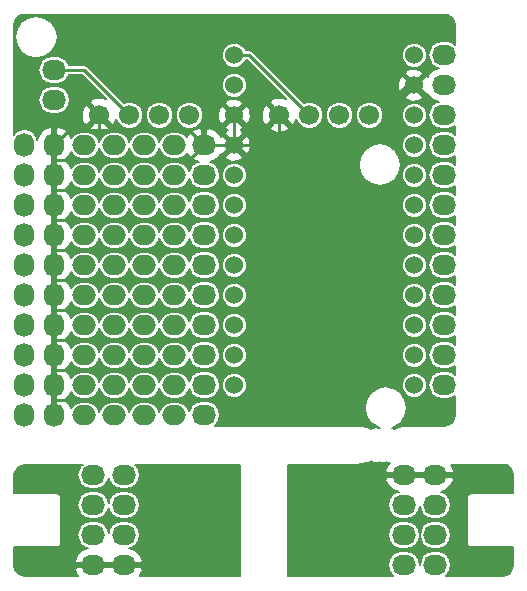
<source format=gbl>
G04 #@! TF.FileFunction,Copper,L2,Bot,Signal*
%FSLAX46Y46*%
G04 Gerber Fmt 4.6, Leading zero omitted, Abs format (unit mm)*
G04 Created by KiCad (PCBNEW 4.0.5-e0-6337~52~ubuntu16.10.1) date Sat Feb 25 11:48:19 2017*
%MOMM*%
%LPD*%
G01*
G04 APERTURE LIST*
%ADD10C,0.100000*%
%ADD11C,1.524000*%
%ADD12O,2.032000X1.727200*%
%ADD13O,1.727200X2.032000*%
%ADD14O,2.000000X1.700000*%
%ADD15C,1.700000*%
%ADD16C,0.600000*%
%ADD17C,0.250000*%
%ADD18C,0.200000*%
G04 APERTURE END LIST*
D10*
D11*
X142240000Y-106680000D03*
X142240000Y-109220000D03*
X142240000Y-111760000D03*
X142240000Y-114300000D03*
X142240000Y-116840000D03*
X142240000Y-119380000D03*
X142240000Y-121920000D03*
X142240000Y-124460000D03*
X142240000Y-127000000D03*
X142240000Y-129540000D03*
X142240000Y-132080000D03*
X142240000Y-134620000D03*
X157480000Y-134620000D03*
X157480000Y-132080000D03*
X157480000Y-129540000D03*
X157480000Y-127000000D03*
X157480000Y-124460000D03*
X157480000Y-121920000D03*
X157480000Y-119380000D03*
X157480000Y-116840000D03*
X157480000Y-114300000D03*
X157480000Y-111760000D03*
X157480000Y-109220000D03*
X157480000Y-106680000D03*
D12*
X127000000Y-107950000D03*
X127000000Y-110490000D03*
D13*
X127000000Y-137160000D03*
X127000000Y-134620000D03*
X127000000Y-132080000D03*
X127000000Y-129540000D03*
X127000000Y-127000000D03*
X127000000Y-124460000D03*
X127000000Y-121920000D03*
X127000000Y-119380000D03*
X127000000Y-116840000D03*
X127000000Y-114300000D03*
X124460000Y-137160000D03*
X124460000Y-134620000D03*
X124460000Y-132080000D03*
X124460000Y-129540000D03*
X124460000Y-127000000D03*
X124460000Y-124460000D03*
X124460000Y-121920000D03*
X124460000Y-119380000D03*
X124460000Y-116840000D03*
X124460000Y-114300000D03*
D12*
X160020000Y-106680000D03*
X160020000Y-109220000D03*
X160020000Y-111760000D03*
X160020000Y-114300000D03*
X160020000Y-116840000D03*
X160020000Y-119380000D03*
X160020000Y-121920000D03*
X160020000Y-124460000D03*
X160020000Y-127000000D03*
X160020000Y-129540000D03*
X160020000Y-132080000D03*
X160020000Y-134620000D03*
D14*
X134620000Y-114300000D03*
X137160000Y-114300000D03*
X129540000Y-114300000D03*
X132080000Y-114300000D03*
X132080000Y-116840000D03*
X129540000Y-116840000D03*
X137160000Y-116840000D03*
X134620000Y-116840000D03*
X134620000Y-119380000D03*
X137160000Y-119380000D03*
X129540000Y-119380000D03*
X132080000Y-119380000D03*
X132080000Y-132080000D03*
X129540000Y-132080000D03*
X137160000Y-132080000D03*
X134620000Y-132080000D03*
X134620000Y-121920000D03*
X137160000Y-121920000D03*
X129540000Y-121920000D03*
X132080000Y-121920000D03*
D12*
X139700000Y-114300000D03*
X139700000Y-116840000D03*
X139700000Y-119380000D03*
X139700000Y-121920000D03*
X139700000Y-124460000D03*
X139700000Y-127000000D03*
X139700000Y-129540000D03*
X139700000Y-132080000D03*
X139700000Y-134620000D03*
X139700000Y-137160000D03*
X132905500Y-144780000D03*
X132905500Y-142240000D03*
X132905500Y-149860000D03*
X132905500Y-147320000D03*
X156591000Y-144780000D03*
X156591000Y-142240000D03*
X156591000Y-149860000D03*
X156591000Y-147320000D03*
D14*
X132080000Y-124460000D03*
X129540000Y-124460000D03*
X137160000Y-124460000D03*
X134620000Y-124460000D03*
X134620000Y-127000000D03*
X137160000Y-127000000D03*
X129540000Y-127000000D03*
X132080000Y-127000000D03*
X132080000Y-134620000D03*
X129540000Y-134620000D03*
X137160000Y-134620000D03*
X134620000Y-134620000D03*
X134620000Y-129540000D03*
X137160000Y-129540000D03*
X129540000Y-129540000D03*
X132080000Y-129540000D03*
X132080000Y-137160000D03*
X129540000Y-137160000D03*
X137160000Y-137160000D03*
X134620000Y-137160000D03*
D15*
X151130000Y-111760000D03*
X153670000Y-111760000D03*
X146050000Y-111760000D03*
X148590000Y-111760000D03*
X133350000Y-111760000D03*
X130810000Y-111760000D03*
X138430000Y-111760000D03*
X135890000Y-111760000D03*
D12*
X130302000Y-147320000D03*
X130302000Y-149860000D03*
X130302000Y-142240000D03*
X130302000Y-144780000D03*
X159258000Y-144780000D03*
X159258000Y-142240000D03*
X159258000Y-149860000D03*
X159258000Y-147320000D03*
D16*
X128270000Y-115570000D03*
X128270000Y-118110000D03*
X128270000Y-120650000D03*
X128270000Y-123190000D03*
X128270000Y-128270000D03*
X128270000Y-130810000D03*
X128270000Y-125730000D03*
X128270000Y-133350000D03*
X128270000Y-135890000D03*
X153035000Y-114300000D03*
X124460000Y-149860000D03*
X124460000Y-142113000D03*
X141986000Y-142240000D03*
X141859000Y-149860000D03*
X147828000Y-149987000D03*
X147828000Y-142240000D03*
X165100000Y-149987000D03*
X165100000Y-142240000D03*
D17*
X127000000Y-115570000D02*
X128270000Y-115570000D01*
X127000000Y-118110000D02*
X128270000Y-118110000D01*
X127000000Y-120650000D02*
X128270000Y-120650000D01*
X127000000Y-123190000D02*
X128270000Y-123190000D01*
X127000000Y-128270000D02*
X128270000Y-128270000D01*
X127000000Y-130810000D02*
X128270000Y-130810000D01*
X127000000Y-125730000D02*
X128270000Y-125730000D01*
X127000000Y-125730000D02*
X127000000Y-127000000D01*
X127000000Y-133350000D02*
X128270000Y-133350000D01*
X127000000Y-135890000D02*
X128270000Y-135890000D01*
X142240000Y-111760000D02*
X142240000Y-114300000D01*
X139700000Y-114300000D02*
X138430000Y-115570000D01*
X127000000Y-114300000D02*
X127000000Y-115570000D01*
X127000000Y-115570000D02*
X127000000Y-116840000D01*
X127000000Y-116840000D02*
X127000000Y-118110000D01*
X127000000Y-118110000D02*
X127000000Y-119380000D01*
X127000000Y-119380000D02*
X127000000Y-120650000D01*
X127000000Y-120650000D02*
X127000000Y-121920000D01*
X127000000Y-121920000D02*
X127000000Y-123190000D01*
X127000000Y-123190000D02*
X127000000Y-124460000D01*
X127000000Y-124460000D02*
X127000000Y-125730000D01*
X127000000Y-127000000D02*
X127000000Y-128270000D01*
X127000000Y-128270000D02*
X127000000Y-129540000D01*
X127000000Y-129540000D02*
X127000000Y-130810000D01*
X127000000Y-130810000D02*
X127000000Y-132080000D01*
X127000000Y-132080000D02*
X127000000Y-133350000D01*
X127000000Y-133350000D02*
X127000000Y-134620000D01*
X127000000Y-134620000D02*
X127000000Y-135890000D01*
X127000000Y-135890000D02*
X127000000Y-137160000D01*
X130810000Y-111760000D02*
X130810000Y-113030000D01*
X139700000Y-114300000D02*
X138430000Y-113030000D01*
X128270000Y-113030000D02*
X127000000Y-114300000D01*
X138430000Y-113030000D02*
X130810000Y-113030000D01*
X130810000Y-113030000D02*
X128270000Y-113030000D01*
X146050000Y-111760000D02*
X146050000Y-114300000D01*
X157480000Y-109220000D02*
X156845000Y-109220000D01*
X156845000Y-109220000D02*
X155575000Y-110490000D01*
X153035000Y-114300000D02*
X146050000Y-114300000D01*
X146050000Y-114300000D02*
X139700000Y-114300000D01*
X155575000Y-111760000D02*
X153035000Y-114300000D01*
X155575000Y-110490000D02*
X155575000Y-111760000D01*
X142240000Y-106680000D02*
X143510000Y-106680000D01*
X143510000Y-106680000D02*
X148590000Y-111760000D01*
X142240000Y-106680000D02*
X142494000Y-106680000D01*
X127000000Y-107950000D02*
X129540000Y-107950000D01*
X129540000Y-107950000D02*
X133350000Y-111760000D01*
X141986000Y-149733000D02*
X141986000Y-142240000D01*
X141859000Y-149860000D02*
X141986000Y-149733000D01*
X156591000Y-142240000D02*
X147828000Y-142240000D01*
X165100000Y-149987000D02*
X164973000Y-149987000D01*
X165100000Y-142240000D02*
X165100000Y-142367000D01*
D18*
G36*
X160359689Y-103319915D02*
X160647666Y-103512334D01*
X160840085Y-103800311D01*
X160915000Y-104176936D01*
X160915000Y-105786403D01*
X160643472Y-105604974D01*
X160198182Y-105516400D01*
X159841818Y-105516400D01*
X159396528Y-105604974D01*
X159019029Y-105857211D01*
X158766792Y-106234710D01*
X158678218Y-106680000D01*
X158766792Y-107125290D01*
X159019029Y-107502789D01*
X159396528Y-107755026D01*
X159572960Y-107790121D01*
X159097371Y-107966162D01*
X158676178Y-108356359D01*
X158607155Y-108501192D01*
X158462368Y-108455421D01*
X157697789Y-109220000D01*
X158462368Y-109984579D01*
X158607155Y-109938808D01*
X158676178Y-110083641D01*
X159097371Y-110473838D01*
X159572960Y-110649879D01*
X159396528Y-110684974D01*
X159019029Y-110937211D01*
X158766792Y-111314710D01*
X158678218Y-111760000D01*
X158766792Y-112205290D01*
X159019029Y-112582789D01*
X159396528Y-112835026D01*
X159841818Y-112923600D01*
X160198182Y-112923600D01*
X160643472Y-112835026D01*
X160915000Y-112653597D01*
X160915000Y-113406403D01*
X160643472Y-113224974D01*
X160198182Y-113136400D01*
X159841818Y-113136400D01*
X159396528Y-113224974D01*
X159019029Y-113477211D01*
X158766792Y-113854710D01*
X158678218Y-114300000D01*
X158766792Y-114745290D01*
X159019029Y-115122789D01*
X159396528Y-115375026D01*
X159841818Y-115463600D01*
X160198182Y-115463600D01*
X160643472Y-115375026D01*
X160915000Y-115193597D01*
X160915000Y-115946403D01*
X160643472Y-115764974D01*
X160198182Y-115676400D01*
X159841818Y-115676400D01*
X159396528Y-115764974D01*
X159019029Y-116017211D01*
X158766792Y-116394710D01*
X158678218Y-116840000D01*
X158766792Y-117285290D01*
X159019029Y-117662789D01*
X159396528Y-117915026D01*
X159841818Y-118003600D01*
X160198182Y-118003600D01*
X160643472Y-117915026D01*
X160915000Y-117733597D01*
X160915000Y-118486403D01*
X160643472Y-118304974D01*
X160198182Y-118216400D01*
X159841818Y-118216400D01*
X159396528Y-118304974D01*
X159019029Y-118557211D01*
X158766792Y-118934710D01*
X158678218Y-119380000D01*
X158766792Y-119825290D01*
X159019029Y-120202789D01*
X159396528Y-120455026D01*
X159841818Y-120543600D01*
X160198182Y-120543600D01*
X160643472Y-120455026D01*
X160915000Y-120273597D01*
X160915000Y-121026403D01*
X160643472Y-120844974D01*
X160198182Y-120756400D01*
X159841818Y-120756400D01*
X159396528Y-120844974D01*
X159019029Y-121097211D01*
X158766792Y-121474710D01*
X158678218Y-121920000D01*
X158766792Y-122365290D01*
X159019029Y-122742789D01*
X159396528Y-122995026D01*
X159841818Y-123083600D01*
X160198182Y-123083600D01*
X160643472Y-122995026D01*
X160915000Y-122813597D01*
X160915000Y-123566403D01*
X160643472Y-123384974D01*
X160198182Y-123296400D01*
X159841818Y-123296400D01*
X159396528Y-123384974D01*
X159019029Y-123637211D01*
X158766792Y-124014710D01*
X158678218Y-124460000D01*
X158766792Y-124905290D01*
X159019029Y-125282789D01*
X159396528Y-125535026D01*
X159841818Y-125623600D01*
X160198182Y-125623600D01*
X160643472Y-125535026D01*
X160915000Y-125353597D01*
X160915000Y-126106403D01*
X160643472Y-125924974D01*
X160198182Y-125836400D01*
X159841818Y-125836400D01*
X159396528Y-125924974D01*
X159019029Y-126177211D01*
X158766792Y-126554710D01*
X158678218Y-127000000D01*
X158766792Y-127445290D01*
X159019029Y-127822789D01*
X159396528Y-128075026D01*
X159841818Y-128163600D01*
X160198182Y-128163600D01*
X160643472Y-128075026D01*
X160915000Y-127893597D01*
X160915000Y-128646403D01*
X160643472Y-128464974D01*
X160198182Y-128376400D01*
X159841818Y-128376400D01*
X159396528Y-128464974D01*
X159019029Y-128717211D01*
X158766792Y-129094710D01*
X158678218Y-129540000D01*
X158766792Y-129985290D01*
X159019029Y-130362789D01*
X159396528Y-130615026D01*
X159841818Y-130703600D01*
X160198182Y-130703600D01*
X160643472Y-130615026D01*
X160915000Y-130433597D01*
X160915000Y-131186403D01*
X160643472Y-131004974D01*
X160198182Y-130916400D01*
X159841818Y-130916400D01*
X159396528Y-131004974D01*
X159019029Y-131257211D01*
X158766792Y-131634710D01*
X158678218Y-132080000D01*
X158766792Y-132525290D01*
X159019029Y-132902789D01*
X159396528Y-133155026D01*
X159841818Y-133243600D01*
X160198182Y-133243600D01*
X160643472Y-133155026D01*
X160915000Y-132973597D01*
X160915000Y-133726403D01*
X160643472Y-133544974D01*
X160198182Y-133456400D01*
X159841818Y-133456400D01*
X159396528Y-133544974D01*
X159019029Y-133797211D01*
X158766792Y-134174710D01*
X158678218Y-134620000D01*
X158766792Y-135065290D01*
X159019029Y-135442789D01*
X159396528Y-135695026D01*
X159841818Y-135783600D01*
X160198182Y-135783600D01*
X160643472Y-135695026D01*
X160915000Y-135513597D01*
X160915000Y-137123064D01*
X160840085Y-137499689D01*
X160647666Y-137787666D01*
X160359689Y-137980085D01*
X159983068Y-138055000D01*
X156591000Y-138055000D01*
X156447494Y-138083545D01*
X156409316Y-138109055D01*
X156158833Y-138158879D01*
X156023653Y-138214872D01*
X155851351Y-138330000D01*
X155725934Y-138330000D01*
X155563128Y-138221217D01*
X155753880Y-138183274D01*
X156336188Y-137794188D01*
X156725274Y-137211880D01*
X156861903Y-136525000D01*
X156725274Y-135838120D01*
X156336188Y-135255812D01*
X155753880Y-134866726D01*
X155570845Y-134830318D01*
X156417816Y-134830318D01*
X156579155Y-135220789D01*
X156877640Y-135519795D01*
X157267828Y-135681815D01*
X157690318Y-135682184D01*
X158080789Y-135520845D01*
X158379795Y-135222360D01*
X158541815Y-134832172D01*
X158542184Y-134409682D01*
X158380845Y-134019211D01*
X158082360Y-133720205D01*
X157692172Y-133558185D01*
X157269682Y-133557816D01*
X156879211Y-133719155D01*
X156580205Y-134017640D01*
X156418185Y-134407828D01*
X156417816Y-134830318D01*
X155570845Y-134830318D01*
X155067000Y-134730097D01*
X154380120Y-134866726D01*
X153797812Y-135255812D01*
X153408726Y-135838120D01*
X153272097Y-136525000D01*
X153408726Y-137211880D01*
X153797812Y-137794188D01*
X154380120Y-138183274D01*
X154570872Y-138221217D01*
X154508200Y-138263093D01*
X154442399Y-138219126D01*
X154228800Y-138176638D01*
X154015201Y-138219126D01*
X153849266Y-138330000D01*
X153774649Y-138330000D01*
X153602347Y-138214872D01*
X153467167Y-138158878D01*
X153467166Y-138158878D01*
X152981159Y-138062206D01*
X152834841Y-138062205D01*
X152829125Y-138064573D01*
X152781000Y-138055000D01*
X140592900Y-138055000D01*
X140700971Y-137982789D01*
X140953208Y-137605290D01*
X141041782Y-137160000D01*
X140953208Y-136714710D01*
X140700971Y-136337211D01*
X140323472Y-136084974D01*
X139878182Y-135996400D01*
X139521818Y-135996400D01*
X139076528Y-136084974D01*
X138699029Y-136337211D01*
X138446792Y-136714710D01*
X138421843Y-136840134D01*
X138397930Y-136719914D01*
X138148642Y-136346827D01*
X137775555Y-136097539D01*
X137335469Y-136010000D01*
X136984531Y-136010000D01*
X136544445Y-136097539D01*
X136171358Y-136346827D01*
X135922070Y-136719914D01*
X135890000Y-136881140D01*
X135857930Y-136719914D01*
X135608642Y-136346827D01*
X135235555Y-136097539D01*
X134795469Y-136010000D01*
X134444531Y-136010000D01*
X134004445Y-136097539D01*
X133631358Y-136346827D01*
X133382070Y-136719914D01*
X133350000Y-136881140D01*
X133317930Y-136719914D01*
X133068642Y-136346827D01*
X132695555Y-136097539D01*
X132255469Y-136010000D01*
X131904531Y-136010000D01*
X131464445Y-136097539D01*
X131091358Y-136346827D01*
X130842070Y-136719914D01*
X130810000Y-136881140D01*
X130777930Y-136719914D01*
X130528642Y-136346827D01*
X130155555Y-136097539D01*
X129715469Y-136010000D01*
X129364531Y-136010000D01*
X128924445Y-136097539D01*
X128551358Y-136346827D01*
X128385973Y-136594344D01*
X128253838Y-136237371D01*
X127932030Y-135890000D01*
X128253838Y-135542629D01*
X128385973Y-135185656D01*
X128551358Y-135433173D01*
X128924445Y-135682461D01*
X129364531Y-135770000D01*
X129715469Y-135770000D01*
X130155555Y-135682461D01*
X130528642Y-135433173D01*
X130777930Y-135060086D01*
X130810000Y-134898860D01*
X130842070Y-135060086D01*
X131091358Y-135433173D01*
X131464445Y-135682461D01*
X131904531Y-135770000D01*
X132255469Y-135770000D01*
X132695555Y-135682461D01*
X133068642Y-135433173D01*
X133317930Y-135060086D01*
X133350000Y-134898860D01*
X133382070Y-135060086D01*
X133631358Y-135433173D01*
X134004445Y-135682461D01*
X134444531Y-135770000D01*
X134795469Y-135770000D01*
X135235555Y-135682461D01*
X135608642Y-135433173D01*
X135857930Y-135060086D01*
X135890000Y-134898860D01*
X135922070Y-135060086D01*
X136171358Y-135433173D01*
X136544445Y-135682461D01*
X136984531Y-135770000D01*
X137335469Y-135770000D01*
X137775555Y-135682461D01*
X138148642Y-135433173D01*
X138397930Y-135060086D01*
X138421843Y-134939866D01*
X138446792Y-135065290D01*
X138699029Y-135442789D01*
X139076528Y-135695026D01*
X139521818Y-135783600D01*
X139878182Y-135783600D01*
X140323472Y-135695026D01*
X140700971Y-135442789D01*
X140953208Y-135065290D01*
X140999947Y-134830318D01*
X141177816Y-134830318D01*
X141339155Y-135220789D01*
X141637640Y-135519795D01*
X142027828Y-135681815D01*
X142450318Y-135682184D01*
X142840789Y-135520845D01*
X143139795Y-135222360D01*
X143301815Y-134832172D01*
X143302184Y-134409682D01*
X143140845Y-134019211D01*
X142842360Y-133720205D01*
X142452172Y-133558185D01*
X142029682Y-133557816D01*
X141639211Y-133719155D01*
X141340205Y-134017640D01*
X141178185Y-134407828D01*
X141177816Y-134830318D01*
X140999947Y-134830318D01*
X141041782Y-134620000D01*
X140953208Y-134174710D01*
X140700971Y-133797211D01*
X140323472Y-133544974D01*
X139878182Y-133456400D01*
X139521818Y-133456400D01*
X139076528Y-133544974D01*
X138699029Y-133797211D01*
X138446792Y-134174710D01*
X138421843Y-134300134D01*
X138397930Y-134179914D01*
X138148642Y-133806827D01*
X137775555Y-133557539D01*
X137335469Y-133470000D01*
X136984531Y-133470000D01*
X136544445Y-133557539D01*
X136171358Y-133806827D01*
X135922070Y-134179914D01*
X135890000Y-134341140D01*
X135857930Y-134179914D01*
X135608642Y-133806827D01*
X135235555Y-133557539D01*
X134795469Y-133470000D01*
X134444531Y-133470000D01*
X134004445Y-133557539D01*
X133631358Y-133806827D01*
X133382070Y-134179914D01*
X133350000Y-134341140D01*
X133317930Y-134179914D01*
X133068642Y-133806827D01*
X132695555Y-133557539D01*
X132255469Y-133470000D01*
X131904531Y-133470000D01*
X131464445Y-133557539D01*
X131091358Y-133806827D01*
X130842070Y-134179914D01*
X130810000Y-134341140D01*
X130777930Y-134179914D01*
X130528642Y-133806827D01*
X130155555Y-133557539D01*
X129715469Y-133470000D01*
X129364531Y-133470000D01*
X128924445Y-133557539D01*
X128551358Y-133806827D01*
X128385973Y-134054344D01*
X128253838Y-133697371D01*
X127932030Y-133350000D01*
X128253838Y-133002629D01*
X128385973Y-132645656D01*
X128551358Y-132893173D01*
X128924445Y-133142461D01*
X129364531Y-133230000D01*
X129715469Y-133230000D01*
X130155555Y-133142461D01*
X130528642Y-132893173D01*
X130777930Y-132520086D01*
X130810000Y-132358860D01*
X130842070Y-132520086D01*
X131091358Y-132893173D01*
X131464445Y-133142461D01*
X131904531Y-133230000D01*
X132255469Y-133230000D01*
X132695555Y-133142461D01*
X133068642Y-132893173D01*
X133317930Y-132520086D01*
X133350000Y-132358860D01*
X133382070Y-132520086D01*
X133631358Y-132893173D01*
X134004445Y-133142461D01*
X134444531Y-133230000D01*
X134795469Y-133230000D01*
X135235555Y-133142461D01*
X135608642Y-132893173D01*
X135857930Y-132520086D01*
X135890000Y-132358860D01*
X135922070Y-132520086D01*
X136171358Y-132893173D01*
X136544445Y-133142461D01*
X136984531Y-133230000D01*
X137335469Y-133230000D01*
X137775555Y-133142461D01*
X138148642Y-132893173D01*
X138397930Y-132520086D01*
X138421843Y-132399866D01*
X138446792Y-132525290D01*
X138699029Y-132902789D01*
X139076528Y-133155026D01*
X139521818Y-133243600D01*
X139878182Y-133243600D01*
X140323472Y-133155026D01*
X140700971Y-132902789D01*
X140953208Y-132525290D01*
X140999947Y-132290318D01*
X141177816Y-132290318D01*
X141339155Y-132680789D01*
X141637640Y-132979795D01*
X142027828Y-133141815D01*
X142450318Y-133142184D01*
X142840789Y-132980845D01*
X143139795Y-132682360D01*
X143301815Y-132292172D01*
X143301816Y-132290318D01*
X156417816Y-132290318D01*
X156579155Y-132680789D01*
X156877640Y-132979795D01*
X157267828Y-133141815D01*
X157690318Y-133142184D01*
X158080789Y-132980845D01*
X158379795Y-132682360D01*
X158541815Y-132292172D01*
X158542184Y-131869682D01*
X158380845Y-131479211D01*
X158082360Y-131180205D01*
X157692172Y-131018185D01*
X157269682Y-131017816D01*
X156879211Y-131179155D01*
X156580205Y-131477640D01*
X156418185Y-131867828D01*
X156417816Y-132290318D01*
X143301816Y-132290318D01*
X143302184Y-131869682D01*
X143140845Y-131479211D01*
X142842360Y-131180205D01*
X142452172Y-131018185D01*
X142029682Y-131017816D01*
X141639211Y-131179155D01*
X141340205Y-131477640D01*
X141178185Y-131867828D01*
X141177816Y-132290318D01*
X140999947Y-132290318D01*
X141041782Y-132080000D01*
X140953208Y-131634710D01*
X140700971Y-131257211D01*
X140323472Y-131004974D01*
X139878182Y-130916400D01*
X139521818Y-130916400D01*
X139076528Y-131004974D01*
X138699029Y-131257211D01*
X138446792Y-131634710D01*
X138421843Y-131760134D01*
X138397930Y-131639914D01*
X138148642Y-131266827D01*
X137775555Y-131017539D01*
X137335469Y-130930000D01*
X136984531Y-130930000D01*
X136544445Y-131017539D01*
X136171358Y-131266827D01*
X135922070Y-131639914D01*
X135890000Y-131801140D01*
X135857930Y-131639914D01*
X135608642Y-131266827D01*
X135235555Y-131017539D01*
X134795469Y-130930000D01*
X134444531Y-130930000D01*
X134004445Y-131017539D01*
X133631358Y-131266827D01*
X133382070Y-131639914D01*
X133350000Y-131801140D01*
X133317930Y-131639914D01*
X133068642Y-131266827D01*
X132695555Y-131017539D01*
X132255469Y-130930000D01*
X131904531Y-130930000D01*
X131464445Y-131017539D01*
X131091358Y-131266827D01*
X130842070Y-131639914D01*
X130810000Y-131801140D01*
X130777930Y-131639914D01*
X130528642Y-131266827D01*
X130155555Y-131017539D01*
X129715469Y-130930000D01*
X129364531Y-130930000D01*
X128924445Y-131017539D01*
X128551358Y-131266827D01*
X128385973Y-131514344D01*
X128253838Y-131157371D01*
X127932030Y-130810000D01*
X128253838Y-130462629D01*
X128385973Y-130105656D01*
X128551358Y-130353173D01*
X128924445Y-130602461D01*
X129364531Y-130690000D01*
X129715469Y-130690000D01*
X130155555Y-130602461D01*
X130528642Y-130353173D01*
X130777930Y-129980086D01*
X130810000Y-129818860D01*
X130842070Y-129980086D01*
X131091358Y-130353173D01*
X131464445Y-130602461D01*
X131904531Y-130690000D01*
X132255469Y-130690000D01*
X132695555Y-130602461D01*
X133068642Y-130353173D01*
X133317930Y-129980086D01*
X133350000Y-129818860D01*
X133382070Y-129980086D01*
X133631358Y-130353173D01*
X134004445Y-130602461D01*
X134444531Y-130690000D01*
X134795469Y-130690000D01*
X135235555Y-130602461D01*
X135608642Y-130353173D01*
X135857930Y-129980086D01*
X135890000Y-129818860D01*
X135922070Y-129980086D01*
X136171358Y-130353173D01*
X136544445Y-130602461D01*
X136984531Y-130690000D01*
X137335469Y-130690000D01*
X137775555Y-130602461D01*
X138148642Y-130353173D01*
X138397930Y-129980086D01*
X138421843Y-129859866D01*
X138446792Y-129985290D01*
X138699029Y-130362789D01*
X139076528Y-130615026D01*
X139521818Y-130703600D01*
X139878182Y-130703600D01*
X140323472Y-130615026D01*
X140700971Y-130362789D01*
X140953208Y-129985290D01*
X140999947Y-129750318D01*
X141177816Y-129750318D01*
X141339155Y-130140789D01*
X141637640Y-130439795D01*
X142027828Y-130601815D01*
X142450318Y-130602184D01*
X142840789Y-130440845D01*
X143139795Y-130142360D01*
X143301815Y-129752172D01*
X143301816Y-129750318D01*
X156417816Y-129750318D01*
X156579155Y-130140789D01*
X156877640Y-130439795D01*
X157267828Y-130601815D01*
X157690318Y-130602184D01*
X158080789Y-130440845D01*
X158379795Y-130142360D01*
X158541815Y-129752172D01*
X158542184Y-129329682D01*
X158380845Y-128939211D01*
X158082360Y-128640205D01*
X157692172Y-128478185D01*
X157269682Y-128477816D01*
X156879211Y-128639155D01*
X156580205Y-128937640D01*
X156418185Y-129327828D01*
X156417816Y-129750318D01*
X143301816Y-129750318D01*
X143302184Y-129329682D01*
X143140845Y-128939211D01*
X142842360Y-128640205D01*
X142452172Y-128478185D01*
X142029682Y-128477816D01*
X141639211Y-128639155D01*
X141340205Y-128937640D01*
X141178185Y-129327828D01*
X141177816Y-129750318D01*
X140999947Y-129750318D01*
X141041782Y-129540000D01*
X140953208Y-129094710D01*
X140700971Y-128717211D01*
X140323472Y-128464974D01*
X139878182Y-128376400D01*
X139521818Y-128376400D01*
X139076528Y-128464974D01*
X138699029Y-128717211D01*
X138446792Y-129094710D01*
X138421843Y-129220134D01*
X138397930Y-129099914D01*
X138148642Y-128726827D01*
X137775555Y-128477539D01*
X137335469Y-128390000D01*
X136984531Y-128390000D01*
X136544445Y-128477539D01*
X136171358Y-128726827D01*
X135922070Y-129099914D01*
X135890000Y-129261140D01*
X135857930Y-129099914D01*
X135608642Y-128726827D01*
X135235555Y-128477539D01*
X134795469Y-128390000D01*
X134444531Y-128390000D01*
X134004445Y-128477539D01*
X133631358Y-128726827D01*
X133382070Y-129099914D01*
X133350000Y-129261140D01*
X133317930Y-129099914D01*
X133068642Y-128726827D01*
X132695555Y-128477539D01*
X132255469Y-128390000D01*
X131904531Y-128390000D01*
X131464445Y-128477539D01*
X131091358Y-128726827D01*
X130842070Y-129099914D01*
X130810000Y-129261140D01*
X130777930Y-129099914D01*
X130528642Y-128726827D01*
X130155555Y-128477539D01*
X129715469Y-128390000D01*
X129364531Y-128390000D01*
X128924445Y-128477539D01*
X128551358Y-128726827D01*
X128385973Y-128974344D01*
X128253838Y-128617371D01*
X127932030Y-128270000D01*
X128253838Y-127922629D01*
X128385973Y-127565656D01*
X128551358Y-127813173D01*
X128924445Y-128062461D01*
X129364531Y-128150000D01*
X129715469Y-128150000D01*
X130155555Y-128062461D01*
X130528642Y-127813173D01*
X130777930Y-127440086D01*
X130810000Y-127278860D01*
X130842070Y-127440086D01*
X131091358Y-127813173D01*
X131464445Y-128062461D01*
X131904531Y-128150000D01*
X132255469Y-128150000D01*
X132695555Y-128062461D01*
X133068642Y-127813173D01*
X133317930Y-127440086D01*
X133350000Y-127278860D01*
X133382070Y-127440086D01*
X133631358Y-127813173D01*
X134004445Y-128062461D01*
X134444531Y-128150000D01*
X134795469Y-128150000D01*
X135235555Y-128062461D01*
X135608642Y-127813173D01*
X135857930Y-127440086D01*
X135890000Y-127278860D01*
X135922070Y-127440086D01*
X136171358Y-127813173D01*
X136544445Y-128062461D01*
X136984531Y-128150000D01*
X137335469Y-128150000D01*
X137775555Y-128062461D01*
X138148642Y-127813173D01*
X138397930Y-127440086D01*
X138421843Y-127319866D01*
X138446792Y-127445290D01*
X138699029Y-127822789D01*
X139076528Y-128075026D01*
X139521818Y-128163600D01*
X139878182Y-128163600D01*
X140323472Y-128075026D01*
X140700971Y-127822789D01*
X140953208Y-127445290D01*
X140999947Y-127210318D01*
X141177816Y-127210318D01*
X141339155Y-127600789D01*
X141637640Y-127899795D01*
X142027828Y-128061815D01*
X142450318Y-128062184D01*
X142840789Y-127900845D01*
X143139795Y-127602360D01*
X143301815Y-127212172D01*
X143301816Y-127210318D01*
X156417816Y-127210318D01*
X156579155Y-127600789D01*
X156877640Y-127899795D01*
X157267828Y-128061815D01*
X157690318Y-128062184D01*
X158080789Y-127900845D01*
X158379795Y-127602360D01*
X158541815Y-127212172D01*
X158542184Y-126789682D01*
X158380845Y-126399211D01*
X158082360Y-126100205D01*
X157692172Y-125938185D01*
X157269682Y-125937816D01*
X156879211Y-126099155D01*
X156580205Y-126397640D01*
X156418185Y-126787828D01*
X156417816Y-127210318D01*
X143301816Y-127210318D01*
X143302184Y-126789682D01*
X143140845Y-126399211D01*
X142842360Y-126100205D01*
X142452172Y-125938185D01*
X142029682Y-125937816D01*
X141639211Y-126099155D01*
X141340205Y-126397640D01*
X141178185Y-126787828D01*
X141177816Y-127210318D01*
X140999947Y-127210318D01*
X141041782Y-127000000D01*
X140953208Y-126554710D01*
X140700971Y-126177211D01*
X140323472Y-125924974D01*
X139878182Y-125836400D01*
X139521818Y-125836400D01*
X139076528Y-125924974D01*
X138699029Y-126177211D01*
X138446792Y-126554710D01*
X138421843Y-126680134D01*
X138397930Y-126559914D01*
X138148642Y-126186827D01*
X137775555Y-125937539D01*
X137335469Y-125850000D01*
X136984531Y-125850000D01*
X136544445Y-125937539D01*
X136171358Y-126186827D01*
X135922070Y-126559914D01*
X135890000Y-126721140D01*
X135857930Y-126559914D01*
X135608642Y-126186827D01*
X135235555Y-125937539D01*
X134795469Y-125850000D01*
X134444531Y-125850000D01*
X134004445Y-125937539D01*
X133631358Y-126186827D01*
X133382070Y-126559914D01*
X133350000Y-126721140D01*
X133317930Y-126559914D01*
X133068642Y-126186827D01*
X132695555Y-125937539D01*
X132255469Y-125850000D01*
X131904531Y-125850000D01*
X131464445Y-125937539D01*
X131091358Y-126186827D01*
X130842070Y-126559914D01*
X130810000Y-126721140D01*
X130777930Y-126559914D01*
X130528642Y-126186827D01*
X130155555Y-125937539D01*
X129715469Y-125850000D01*
X129364531Y-125850000D01*
X128924445Y-125937539D01*
X128551358Y-126186827D01*
X128385973Y-126434344D01*
X128253838Y-126077371D01*
X127932030Y-125730000D01*
X128253838Y-125382629D01*
X128385973Y-125025656D01*
X128551358Y-125273173D01*
X128924445Y-125522461D01*
X129364531Y-125610000D01*
X129715469Y-125610000D01*
X130155555Y-125522461D01*
X130528642Y-125273173D01*
X130777930Y-124900086D01*
X130810000Y-124738860D01*
X130842070Y-124900086D01*
X131091358Y-125273173D01*
X131464445Y-125522461D01*
X131904531Y-125610000D01*
X132255469Y-125610000D01*
X132695555Y-125522461D01*
X133068642Y-125273173D01*
X133317930Y-124900086D01*
X133350000Y-124738860D01*
X133382070Y-124900086D01*
X133631358Y-125273173D01*
X134004445Y-125522461D01*
X134444531Y-125610000D01*
X134795469Y-125610000D01*
X135235555Y-125522461D01*
X135608642Y-125273173D01*
X135857930Y-124900086D01*
X135890000Y-124738860D01*
X135922070Y-124900086D01*
X136171358Y-125273173D01*
X136544445Y-125522461D01*
X136984531Y-125610000D01*
X137335469Y-125610000D01*
X137775555Y-125522461D01*
X138148642Y-125273173D01*
X138397930Y-124900086D01*
X138421843Y-124779866D01*
X138446792Y-124905290D01*
X138699029Y-125282789D01*
X139076528Y-125535026D01*
X139521818Y-125623600D01*
X139878182Y-125623600D01*
X140323472Y-125535026D01*
X140700971Y-125282789D01*
X140953208Y-124905290D01*
X140999947Y-124670318D01*
X141177816Y-124670318D01*
X141339155Y-125060789D01*
X141637640Y-125359795D01*
X142027828Y-125521815D01*
X142450318Y-125522184D01*
X142840789Y-125360845D01*
X143139795Y-125062360D01*
X143301815Y-124672172D01*
X143301816Y-124670318D01*
X156417816Y-124670318D01*
X156579155Y-125060789D01*
X156877640Y-125359795D01*
X157267828Y-125521815D01*
X157690318Y-125522184D01*
X158080789Y-125360845D01*
X158379795Y-125062360D01*
X158541815Y-124672172D01*
X158542184Y-124249682D01*
X158380845Y-123859211D01*
X158082360Y-123560205D01*
X157692172Y-123398185D01*
X157269682Y-123397816D01*
X156879211Y-123559155D01*
X156580205Y-123857640D01*
X156418185Y-124247828D01*
X156417816Y-124670318D01*
X143301816Y-124670318D01*
X143302184Y-124249682D01*
X143140845Y-123859211D01*
X142842360Y-123560205D01*
X142452172Y-123398185D01*
X142029682Y-123397816D01*
X141639211Y-123559155D01*
X141340205Y-123857640D01*
X141178185Y-124247828D01*
X141177816Y-124670318D01*
X140999947Y-124670318D01*
X141041782Y-124460000D01*
X140953208Y-124014710D01*
X140700971Y-123637211D01*
X140323472Y-123384974D01*
X139878182Y-123296400D01*
X139521818Y-123296400D01*
X139076528Y-123384974D01*
X138699029Y-123637211D01*
X138446792Y-124014710D01*
X138421843Y-124140134D01*
X138397930Y-124019914D01*
X138148642Y-123646827D01*
X137775555Y-123397539D01*
X137335469Y-123310000D01*
X136984531Y-123310000D01*
X136544445Y-123397539D01*
X136171358Y-123646827D01*
X135922070Y-124019914D01*
X135890000Y-124181140D01*
X135857930Y-124019914D01*
X135608642Y-123646827D01*
X135235555Y-123397539D01*
X134795469Y-123310000D01*
X134444531Y-123310000D01*
X134004445Y-123397539D01*
X133631358Y-123646827D01*
X133382070Y-124019914D01*
X133350000Y-124181140D01*
X133317930Y-124019914D01*
X133068642Y-123646827D01*
X132695555Y-123397539D01*
X132255469Y-123310000D01*
X131904531Y-123310000D01*
X131464445Y-123397539D01*
X131091358Y-123646827D01*
X130842070Y-124019914D01*
X130810000Y-124181140D01*
X130777930Y-124019914D01*
X130528642Y-123646827D01*
X130155555Y-123397539D01*
X129715469Y-123310000D01*
X129364531Y-123310000D01*
X128924445Y-123397539D01*
X128551358Y-123646827D01*
X128385973Y-123894344D01*
X128253838Y-123537371D01*
X127932030Y-123190000D01*
X128253838Y-122842629D01*
X128385973Y-122485656D01*
X128551358Y-122733173D01*
X128924445Y-122982461D01*
X129364531Y-123070000D01*
X129715469Y-123070000D01*
X130155555Y-122982461D01*
X130528642Y-122733173D01*
X130777930Y-122360086D01*
X130810000Y-122198860D01*
X130842070Y-122360086D01*
X131091358Y-122733173D01*
X131464445Y-122982461D01*
X131904531Y-123070000D01*
X132255469Y-123070000D01*
X132695555Y-122982461D01*
X133068642Y-122733173D01*
X133317930Y-122360086D01*
X133350000Y-122198860D01*
X133382070Y-122360086D01*
X133631358Y-122733173D01*
X134004445Y-122982461D01*
X134444531Y-123070000D01*
X134795469Y-123070000D01*
X135235555Y-122982461D01*
X135608642Y-122733173D01*
X135857930Y-122360086D01*
X135890000Y-122198860D01*
X135922070Y-122360086D01*
X136171358Y-122733173D01*
X136544445Y-122982461D01*
X136984531Y-123070000D01*
X137335469Y-123070000D01*
X137775555Y-122982461D01*
X138148642Y-122733173D01*
X138397930Y-122360086D01*
X138421843Y-122239866D01*
X138446792Y-122365290D01*
X138699029Y-122742789D01*
X139076528Y-122995026D01*
X139521818Y-123083600D01*
X139878182Y-123083600D01*
X140323472Y-122995026D01*
X140700971Y-122742789D01*
X140953208Y-122365290D01*
X140999947Y-122130318D01*
X141177816Y-122130318D01*
X141339155Y-122520789D01*
X141637640Y-122819795D01*
X142027828Y-122981815D01*
X142450318Y-122982184D01*
X142840789Y-122820845D01*
X143139795Y-122522360D01*
X143301815Y-122132172D01*
X143301816Y-122130318D01*
X156417816Y-122130318D01*
X156579155Y-122520789D01*
X156877640Y-122819795D01*
X157267828Y-122981815D01*
X157690318Y-122982184D01*
X158080789Y-122820845D01*
X158379795Y-122522360D01*
X158541815Y-122132172D01*
X158542184Y-121709682D01*
X158380845Y-121319211D01*
X158082360Y-121020205D01*
X157692172Y-120858185D01*
X157269682Y-120857816D01*
X156879211Y-121019155D01*
X156580205Y-121317640D01*
X156418185Y-121707828D01*
X156417816Y-122130318D01*
X143301816Y-122130318D01*
X143302184Y-121709682D01*
X143140845Y-121319211D01*
X142842360Y-121020205D01*
X142452172Y-120858185D01*
X142029682Y-120857816D01*
X141639211Y-121019155D01*
X141340205Y-121317640D01*
X141178185Y-121707828D01*
X141177816Y-122130318D01*
X140999947Y-122130318D01*
X141041782Y-121920000D01*
X140953208Y-121474710D01*
X140700971Y-121097211D01*
X140323472Y-120844974D01*
X139878182Y-120756400D01*
X139521818Y-120756400D01*
X139076528Y-120844974D01*
X138699029Y-121097211D01*
X138446792Y-121474710D01*
X138421843Y-121600134D01*
X138397930Y-121479914D01*
X138148642Y-121106827D01*
X137775555Y-120857539D01*
X137335469Y-120770000D01*
X136984531Y-120770000D01*
X136544445Y-120857539D01*
X136171358Y-121106827D01*
X135922070Y-121479914D01*
X135890000Y-121641140D01*
X135857930Y-121479914D01*
X135608642Y-121106827D01*
X135235555Y-120857539D01*
X134795469Y-120770000D01*
X134444531Y-120770000D01*
X134004445Y-120857539D01*
X133631358Y-121106827D01*
X133382070Y-121479914D01*
X133350000Y-121641140D01*
X133317930Y-121479914D01*
X133068642Y-121106827D01*
X132695555Y-120857539D01*
X132255469Y-120770000D01*
X131904531Y-120770000D01*
X131464445Y-120857539D01*
X131091358Y-121106827D01*
X130842070Y-121479914D01*
X130810000Y-121641140D01*
X130777930Y-121479914D01*
X130528642Y-121106827D01*
X130155555Y-120857539D01*
X129715469Y-120770000D01*
X129364531Y-120770000D01*
X128924445Y-120857539D01*
X128551358Y-121106827D01*
X128385973Y-121354344D01*
X128253838Y-120997371D01*
X127932030Y-120650000D01*
X128253838Y-120302629D01*
X128385973Y-119945656D01*
X128551358Y-120193173D01*
X128924445Y-120442461D01*
X129364531Y-120530000D01*
X129715469Y-120530000D01*
X130155555Y-120442461D01*
X130528642Y-120193173D01*
X130777930Y-119820086D01*
X130810000Y-119658860D01*
X130842070Y-119820086D01*
X131091358Y-120193173D01*
X131464445Y-120442461D01*
X131904531Y-120530000D01*
X132255469Y-120530000D01*
X132695555Y-120442461D01*
X133068642Y-120193173D01*
X133317930Y-119820086D01*
X133350000Y-119658860D01*
X133382070Y-119820086D01*
X133631358Y-120193173D01*
X134004445Y-120442461D01*
X134444531Y-120530000D01*
X134795469Y-120530000D01*
X135235555Y-120442461D01*
X135608642Y-120193173D01*
X135857930Y-119820086D01*
X135890000Y-119658860D01*
X135922070Y-119820086D01*
X136171358Y-120193173D01*
X136544445Y-120442461D01*
X136984531Y-120530000D01*
X137335469Y-120530000D01*
X137775555Y-120442461D01*
X138148642Y-120193173D01*
X138397930Y-119820086D01*
X138421843Y-119699866D01*
X138446792Y-119825290D01*
X138699029Y-120202789D01*
X139076528Y-120455026D01*
X139521818Y-120543600D01*
X139878182Y-120543600D01*
X140323472Y-120455026D01*
X140700971Y-120202789D01*
X140953208Y-119825290D01*
X140999947Y-119590318D01*
X141177816Y-119590318D01*
X141339155Y-119980789D01*
X141637640Y-120279795D01*
X142027828Y-120441815D01*
X142450318Y-120442184D01*
X142840789Y-120280845D01*
X143139795Y-119982360D01*
X143301815Y-119592172D01*
X143301816Y-119590318D01*
X156417816Y-119590318D01*
X156579155Y-119980789D01*
X156877640Y-120279795D01*
X157267828Y-120441815D01*
X157690318Y-120442184D01*
X158080789Y-120280845D01*
X158379795Y-119982360D01*
X158541815Y-119592172D01*
X158542184Y-119169682D01*
X158380845Y-118779211D01*
X158082360Y-118480205D01*
X157692172Y-118318185D01*
X157269682Y-118317816D01*
X156879211Y-118479155D01*
X156580205Y-118777640D01*
X156418185Y-119167828D01*
X156417816Y-119590318D01*
X143301816Y-119590318D01*
X143302184Y-119169682D01*
X143140845Y-118779211D01*
X142842360Y-118480205D01*
X142452172Y-118318185D01*
X142029682Y-118317816D01*
X141639211Y-118479155D01*
X141340205Y-118777640D01*
X141178185Y-119167828D01*
X141177816Y-119590318D01*
X140999947Y-119590318D01*
X141041782Y-119380000D01*
X140953208Y-118934710D01*
X140700971Y-118557211D01*
X140323472Y-118304974D01*
X139878182Y-118216400D01*
X139521818Y-118216400D01*
X139076528Y-118304974D01*
X138699029Y-118557211D01*
X138446792Y-118934710D01*
X138421843Y-119060134D01*
X138397930Y-118939914D01*
X138148642Y-118566827D01*
X137775555Y-118317539D01*
X137335469Y-118230000D01*
X136984531Y-118230000D01*
X136544445Y-118317539D01*
X136171358Y-118566827D01*
X135922070Y-118939914D01*
X135890000Y-119101140D01*
X135857930Y-118939914D01*
X135608642Y-118566827D01*
X135235555Y-118317539D01*
X134795469Y-118230000D01*
X134444531Y-118230000D01*
X134004445Y-118317539D01*
X133631358Y-118566827D01*
X133382070Y-118939914D01*
X133350000Y-119101140D01*
X133317930Y-118939914D01*
X133068642Y-118566827D01*
X132695555Y-118317539D01*
X132255469Y-118230000D01*
X131904531Y-118230000D01*
X131464445Y-118317539D01*
X131091358Y-118566827D01*
X130842070Y-118939914D01*
X130810000Y-119101140D01*
X130777930Y-118939914D01*
X130528642Y-118566827D01*
X130155555Y-118317539D01*
X129715469Y-118230000D01*
X129364531Y-118230000D01*
X128924445Y-118317539D01*
X128551358Y-118566827D01*
X128385973Y-118814344D01*
X128253838Y-118457371D01*
X127932030Y-118110000D01*
X128253838Y-117762629D01*
X128385973Y-117405656D01*
X128551358Y-117653173D01*
X128924445Y-117902461D01*
X129364531Y-117990000D01*
X129715469Y-117990000D01*
X130155555Y-117902461D01*
X130528642Y-117653173D01*
X130777930Y-117280086D01*
X130810000Y-117118860D01*
X130842070Y-117280086D01*
X131091358Y-117653173D01*
X131464445Y-117902461D01*
X131904531Y-117990000D01*
X132255469Y-117990000D01*
X132695555Y-117902461D01*
X133068642Y-117653173D01*
X133317930Y-117280086D01*
X133350000Y-117118860D01*
X133382070Y-117280086D01*
X133631358Y-117653173D01*
X134004445Y-117902461D01*
X134444531Y-117990000D01*
X134795469Y-117990000D01*
X135235555Y-117902461D01*
X135608642Y-117653173D01*
X135857930Y-117280086D01*
X135890000Y-117118860D01*
X135922070Y-117280086D01*
X136171358Y-117653173D01*
X136544445Y-117902461D01*
X136984531Y-117990000D01*
X137335469Y-117990000D01*
X137775555Y-117902461D01*
X138148642Y-117653173D01*
X138397930Y-117280086D01*
X138421843Y-117159866D01*
X138446792Y-117285290D01*
X138699029Y-117662789D01*
X139076528Y-117915026D01*
X139521818Y-118003600D01*
X139878182Y-118003600D01*
X140323472Y-117915026D01*
X140700971Y-117662789D01*
X140953208Y-117285290D01*
X140999947Y-117050318D01*
X141177816Y-117050318D01*
X141339155Y-117440789D01*
X141637640Y-117739795D01*
X142027828Y-117901815D01*
X142450318Y-117902184D01*
X142840789Y-117740845D01*
X143139795Y-117442360D01*
X143301815Y-117052172D01*
X143302184Y-116629682D01*
X143140845Y-116239211D01*
X142853137Y-115951000D01*
X152764097Y-115951000D01*
X152900726Y-116637880D01*
X153289812Y-117220188D01*
X153872120Y-117609274D01*
X154559000Y-117745903D01*
X155245880Y-117609274D01*
X155828188Y-117220188D01*
X155941691Y-117050318D01*
X156417816Y-117050318D01*
X156579155Y-117440789D01*
X156877640Y-117739795D01*
X157267828Y-117901815D01*
X157690318Y-117902184D01*
X158080789Y-117740845D01*
X158379795Y-117442360D01*
X158541815Y-117052172D01*
X158542184Y-116629682D01*
X158380845Y-116239211D01*
X158082360Y-115940205D01*
X157692172Y-115778185D01*
X157269682Y-115777816D01*
X156879211Y-115939155D01*
X156580205Y-116237640D01*
X156418185Y-116627828D01*
X156417816Y-117050318D01*
X155941691Y-117050318D01*
X156217274Y-116637880D01*
X156353903Y-115951000D01*
X156217274Y-115264120D01*
X155828188Y-114681812D01*
X155571530Y-114510318D01*
X156417816Y-114510318D01*
X156579155Y-114900789D01*
X156877640Y-115199795D01*
X157267828Y-115361815D01*
X157690318Y-115362184D01*
X158080789Y-115200845D01*
X158379795Y-114902360D01*
X158541815Y-114512172D01*
X158542184Y-114089682D01*
X158380845Y-113699211D01*
X158082360Y-113400205D01*
X157692172Y-113238185D01*
X157269682Y-113237816D01*
X156879211Y-113399155D01*
X156580205Y-113697640D01*
X156418185Y-114087828D01*
X156417816Y-114510318D01*
X155571530Y-114510318D01*
X155245880Y-114292726D01*
X154559000Y-114156097D01*
X153872120Y-114292726D01*
X153289812Y-114681812D01*
X152900726Y-115264120D01*
X152764097Y-115951000D01*
X142853137Y-115951000D01*
X142842360Y-115940205D01*
X142452172Y-115778185D01*
X142029682Y-115777816D01*
X141639211Y-115939155D01*
X141340205Y-116237640D01*
X141178185Y-116627828D01*
X141177816Y-117050318D01*
X140999947Y-117050318D01*
X141041782Y-116840000D01*
X140953208Y-116394710D01*
X140700971Y-116017211D01*
X140323472Y-115764974D01*
X140147040Y-115729879D01*
X140622629Y-115553838D01*
X140915663Y-115282368D01*
X141475421Y-115282368D01*
X141548551Y-115513698D01*
X142065647Y-115685917D01*
X142609287Y-115647142D01*
X142931449Y-115513698D01*
X143004579Y-115282368D01*
X142240000Y-114517789D01*
X141475421Y-115282368D01*
X140915663Y-115282368D01*
X141043822Y-115163641D01*
X141112845Y-115018808D01*
X141257632Y-115064579D01*
X142022211Y-114300000D01*
X142457789Y-114300000D01*
X143222368Y-115064579D01*
X143453698Y-114991449D01*
X143625917Y-114474353D01*
X143587142Y-113930713D01*
X143453698Y-113608551D01*
X143222368Y-113535421D01*
X142457789Y-114300000D01*
X142022211Y-114300000D01*
X141257632Y-113535421D01*
X141112845Y-113581192D01*
X141043822Y-113436359D01*
X140622629Y-113046162D01*
X140084176Y-112846851D01*
X139854000Y-112980484D01*
X139854000Y-114146000D01*
X139874000Y-114146000D01*
X139874000Y-114454000D01*
X139854000Y-114454000D01*
X139854000Y-114474000D01*
X139546000Y-114474000D01*
X139546000Y-114454000D01*
X139526000Y-114454000D01*
X139526000Y-114146000D01*
X139546000Y-114146000D01*
X139546000Y-112980484D01*
X139315824Y-112846851D01*
X138777371Y-113046162D01*
X138356178Y-113436359D01*
X138255740Y-113647111D01*
X138148642Y-113486827D01*
X137775555Y-113237539D01*
X137335469Y-113150000D01*
X136984531Y-113150000D01*
X136544445Y-113237539D01*
X136171358Y-113486827D01*
X135922070Y-113859914D01*
X135890000Y-114021140D01*
X135857930Y-113859914D01*
X135608642Y-113486827D01*
X135235555Y-113237539D01*
X134795469Y-113150000D01*
X134444531Y-113150000D01*
X134004445Y-113237539D01*
X133631358Y-113486827D01*
X133382070Y-113859914D01*
X133350000Y-114021140D01*
X133317930Y-113859914D01*
X133068642Y-113486827D01*
X132695555Y-113237539D01*
X132255469Y-113150000D01*
X131904531Y-113150000D01*
X131464445Y-113237539D01*
X131091358Y-113486827D01*
X130842070Y-113859914D01*
X130810000Y-114021140D01*
X130777930Y-113859914D01*
X130528642Y-113486827D01*
X130155555Y-113237539D01*
X129715469Y-113150000D01*
X129364531Y-113150000D01*
X128924445Y-113237539D01*
X128551358Y-113486827D01*
X128385973Y-113734344D01*
X128253838Y-113377371D01*
X127863641Y-112956178D01*
X127549086Y-112806270D01*
X129981519Y-112806270D01*
X130065510Y-113046704D01*
X130614581Y-113233663D01*
X131193402Y-113196270D01*
X131554490Y-113046704D01*
X131638481Y-112806270D01*
X130810000Y-111977789D01*
X129981519Y-112806270D01*
X127549086Y-112806270D01*
X127381049Y-112726189D01*
X127154000Y-112837017D01*
X127154000Y-114146000D01*
X127174000Y-114146000D01*
X127174000Y-114454000D01*
X127154000Y-114454000D01*
X127154000Y-116686000D01*
X127174000Y-116686000D01*
X127174000Y-116994000D01*
X127154000Y-116994000D01*
X127154000Y-119226000D01*
X127174000Y-119226000D01*
X127174000Y-119534000D01*
X127154000Y-119534000D01*
X127154000Y-121766000D01*
X127174000Y-121766000D01*
X127174000Y-122074000D01*
X127154000Y-122074000D01*
X127154000Y-124306000D01*
X127174000Y-124306000D01*
X127174000Y-124614000D01*
X127154000Y-124614000D01*
X127154000Y-126846000D01*
X127174000Y-126846000D01*
X127174000Y-127154000D01*
X127154000Y-127154000D01*
X127154000Y-129386000D01*
X127174000Y-129386000D01*
X127174000Y-129694000D01*
X127154000Y-129694000D01*
X127154000Y-131926000D01*
X127174000Y-131926000D01*
X127174000Y-132234000D01*
X127154000Y-132234000D01*
X127154000Y-134466000D01*
X127174000Y-134466000D01*
X127174000Y-134774000D01*
X127154000Y-134774000D01*
X127154000Y-137006000D01*
X127174000Y-137006000D01*
X127174000Y-137314000D01*
X127154000Y-137314000D01*
X127154000Y-137334000D01*
X126846000Y-137334000D01*
X126846000Y-137314000D01*
X126826000Y-137314000D01*
X126826000Y-137006000D01*
X126846000Y-137006000D01*
X126846000Y-134774000D01*
X126826000Y-134774000D01*
X126826000Y-134466000D01*
X126846000Y-134466000D01*
X126846000Y-132234000D01*
X126826000Y-132234000D01*
X126826000Y-131926000D01*
X126846000Y-131926000D01*
X126846000Y-129694000D01*
X126826000Y-129694000D01*
X126826000Y-129386000D01*
X126846000Y-129386000D01*
X126846000Y-127154000D01*
X126826000Y-127154000D01*
X126826000Y-126846000D01*
X126846000Y-126846000D01*
X126846000Y-124614000D01*
X126826000Y-124614000D01*
X126826000Y-124306000D01*
X126846000Y-124306000D01*
X126846000Y-122074000D01*
X126826000Y-122074000D01*
X126826000Y-121766000D01*
X126846000Y-121766000D01*
X126846000Y-119534000D01*
X126826000Y-119534000D01*
X126826000Y-119226000D01*
X126846000Y-119226000D01*
X126846000Y-116994000D01*
X126826000Y-116994000D01*
X126826000Y-116686000D01*
X126846000Y-116686000D01*
X126846000Y-114454000D01*
X126826000Y-114454000D01*
X126826000Y-114146000D01*
X126846000Y-114146000D01*
X126846000Y-112837017D01*
X126618951Y-112726189D01*
X126136359Y-112956178D01*
X125746162Y-113377371D01*
X125570121Y-113852960D01*
X125535026Y-113676528D01*
X125282789Y-113299029D01*
X124905290Y-113046792D01*
X124460000Y-112958218D01*
X124014710Y-113046792D01*
X123637211Y-113299029D01*
X123565000Y-113407100D01*
X123565000Y-110490000D01*
X125658218Y-110490000D01*
X125746792Y-110935290D01*
X125999029Y-111312789D01*
X126376528Y-111565026D01*
X126821818Y-111653600D01*
X127178182Y-111653600D01*
X127623472Y-111565026D01*
X127624137Y-111564581D01*
X129336337Y-111564581D01*
X129373730Y-112143402D01*
X129523296Y-112504490D01*
X129763730Y-112588481D01*
X130592211Y-111760000D01*
X129763730Y-110931519D01*
X129523296Y-111015510D01*
X129336337Y-111564581D01*
X127624137Y-111564581D01*
X128000971Y-111312789D01*
X128253208Y-110935290D01*
X128341782Y-110490000D01*
X128253208Y-110044710D01*
X128000971Y-109667211D01*
X127623472Y-109414974D01*
X127178182Y-109326400D01*
X126821818Y-109326400D01*
X126376528Y-109414974D01*
X125999029Y-109667211D01*
X125746792Y-110044710D01*
X125658218Y-110490000D01*
X123565000Y-110490000D01*
X123565000Y-107950000D01*
X125658218Y-107950000D01*
X125746792Y-108395290D01*
X125999029Y-108772789D01*
X126376528Y-109025026D01*
X126821818Y-109113600D01*
X127178182Y-109113600D01*
X127623472Y-109025026D01*
X128000971Y-108772789D01*
X128253208Y-108395290D01*
X128257244Y-108375000D01*
X129363960Y-108375000D01*
X131414635Y-110425675D01*
X131005419Y-110286337D01*
X130426598Y-110323730D01*
X130065510Y-110473296D01*
X129981519Y-110713730D01*
X130810000Y-111542211D01*
X130824142Y-111528069D01*
X131041931Y-111745858D01*
X131027789Y-111760000D01*
X131856270Y-112588481D01*
X132096704Y-112504490D01*
X132239742Y-112084410D01*
X132374509Y-112410572D01*
X132697727Y-112734354D01*
X133120247Y-112909800D01*
X133577746Y-112910199D01*
X134000572Y-112735491D01*
X134324354Y-112412273D01*
X134499800Y-111989753D01*
X134499801Y-111987746D01*
X134739801Y-111987746D01*
X134914509Y-112410572D01*
X135237727Y-112734354D01*
X135660247Y-112909800D01*
X136117746Y-112910199D01*
X136540572Y-112735491D01*
X136864354Y-112412273D01*
X137039800Y-111989753D01*
X137039801Y-111987746D01*
X137279801Y-111987746D01*
X137454509Y-112410572D01*
X137777727Y-112734354D01*
X138200247Y-112909800D01*
X138657746Y-112910199D01*
X139063928Y-112742368D01*
X141475421Y-112742368D01*
X141548551Y-112973698D01*
X141699239Y-113023885D01*
X141548551Y-113086302D01*
X141475421Y-113317632D01*
X142240000Y-114082211D01*
X143004579Y-113317632D01*
X142931449Y-113086302D01*
X142780761Y-113036115D01*
X142931449Y-112973698D01*
X142984377Y-112806270D01*
X145221519Y-112806270D01*
X145305510Y-113046704D01*
X145854581Y-113233663D01*
X146433402Y-113196270D01*
X146794490Y-113046704D01*
X146878481Y-112806270D01*
X146050000Y-111977789D01*
X145221519Y-112806270D01*
X142984377Y-112806270D01*
X143004579Y-112742368D01*
X142240000Y-111977789D01*
X141475421Y-112742368D01*
X139063928Y-112742368D01*
X139080572Y-112735491D01*
X139404354Y-112412273D01*
X139579800Y-111989753D01*
X139580152Y-111585647D01*
X140854083Y-111585647D01*
X140892858Y-112129287D01*
X141026302Y-112451449D01*
X141257632Y-112524579D01*
X142022211Y-111760000D01*
X142457789Y-111760000D01*
X143222368Y-112524579D01*
X143453698Y-112451449D01*
X143625917Y-111934353D01*
X143599544Y-111564581D01*
X144576337Y-111564581D01*
X144613730Y-112143402D01*
X144763296Y-112504490D01*
X145003730Y-112588481D01*
X145832211Y-111760000D01*
X145003730Y-110931519D01*
X144763296Y-111015510D01*
X144576337Y-111564581D01*
X143599544Y-111564581D01*
X143587142Y-111390713D01*
X143453698Y-111068551D01*
X143222368Y-110995421D01*
X142457789Y-111760000D01*
X142022211Y-111760000D01*
X141257632Y-110995421D01*
X141026302Y-111068551D01*
X140854083Y-111585647D01*
X139580152Y-111585647D01*
X139580199Y-111532254D01*
X139405491Y-111109428D01*
X139082273Y-110785646D01*
X139062974Y-110777632D01*
X141475421Y-110777632D01*
X142240000Y-111542211D01*
X143004579Y-110777632D01*
X142931449Y-110546302D01*
X142414353Y-110374083D01*
X141870713Y-110412858D01*
X141548551Y-110546302D01*
X141475421Y-110777632D01*
X139062974Y-110777632D01*
X138659753Y-110610200D01*
X138202254Y-110609801D01*
X137779428Y-110784509D01*
X137455646Y-111107727D01*
X137280200Y-111530247D01*
X137279801Y-111987746D01*
X137039801Y-111987746D01*
X137040199Y-111532254D01*
X136865491Y-111109428D01*
X136542273Y-110785646D01*
X136119753Y-110610200D01*
X135662254Y-110609801D01*
X135239428Y-110784509D01*
X134915646Y-111107727D01*
X134740200Y-111530247D01*
X134739801Y-111987746D01*
X134499801Y-111987746D01*
X134500199Y-111532254D01*
X134325491Y-111109428D01*
X134002273Y-110785646D01*
X133579753Y-110610200D01*
X133122254Y-110609801D01*
X132894817Y-110703776D01*
X131621359Y-109430318D01*
X141177816Y-109430318D01*
X141339155Y-109820789D01*
X141637640Y-110119795D01*
X142027828Y-110281815D01*
X142450318Y-110282184D01*
X142840789Y-110120845D01*
X143139795Y-109822360D01*
X143301815Y-109432172D01*
X143302184Y-109009682D01*
X143140845Y-108619211D01*
X142842360Y-108320205D01*
X142452172Y-108158185D01*
X142029682Y-108157816D01*
X141639211Y-108319155D01*
X141340205Y-108617640D01*
X141178185Y-109007828D01*
X141177816Y-109430318D01*
X131621359Y-109430318D01*
X129840520Y-107649480D01*
X129702641Y-107557351D01*
X129675657Y-107551984D01*
X129540000Y-107525000D01*
X128257244Y-107525000D01*
X128253208Y-107504710D01*
X128000971Y-107127211D01*
X127646436Y-106890318D01*
X141177816Y-106890318D01*
X141339155Y-107280789D01*
X141637640Y-107579795D01*
X142027828Y-107741815D01*
X142450318Y-107742184D01*
X142840789Y-107580845D01*
X143139795Y-107282360D01*
X143213441Y-107105000D01*
X143333960Y-107105000D01*
X146654635Y-110425675D01*
X146245419Y-110286337D01*
X145666598Y-110323730D01*
X145305510Y-110473296D01*
X145221519Y-110713730D01*
X146050000Y-111542211D01*
X146064142Y-111528069D01*
X146281931Y-111745858D01*
X146267789Y-111760000D01*
X147096270Y-112588481D01*
X147336704Y-112504490D01*
X147479742Y-112084410D01*
X147614509Y-112410572D01*
X147937727Y-112734354D01*
X148360247Y-112909800D01*
X148817746Y-112910199D01*
X149240572Y-112735491D01*
X149564354Y-112412273D01*
X149739800Y-111989753D01*
X149739801Y-111987746D01*
X149979801Y-111987746D01*
X150154509Y-112410572D01*
X150477727Y-112734354D01*
X150900247Y-112909800D01*
X151357746Y-112910199D01*
X151780572Y-112735491D01*
X152104354Y-112412273D01*
X152279800Y-111989753D01*
X152279801Y-111987746D01*
X152519801Y-111987746D01*
X152694509Y-112410572D01*
X153017727Y-112734354D01*
X153440247Y-112909800D01*
X153897746Y-112910199D01*
X154320572Y-112735491D01*
X154644354Y-112412273D01*
X154819800Y-111989753D01*
X154819816Y-111970318D01*
X156417816Y-111970318D01*
X156579155Y-112360789D01*
X156877640Y-112659795D01*
X157267828Y-112821815D01*
X157690318Y-112822184D01*
X158080789Y-112660845D01*
X158379795Y-112362360D01*
X158541815Y-111972172D01*
X158542184Y-111549682D01*
X158380845Y-111159211D01*
X158082360Y-110860205D01*
X157692172Y-110698185D01*
X157269682Y-110697816D01*
X156879211Y-110859155D01*
X156580205Y-111157640D01*
X156418185Y-111547828D01*
X156417816Y-111970318D01*
X154819816Y-111970318D01*
X154820199Y-111532254D01*
X154645491Y-111109428D01*
X154322273Y-110785646D01*
X153899753Y-110610200D01*
X153442254Y-110609801D01*
X153019428Y-110784509D01*
X152695646Y-111107727D01*
X152520200Y-111530247D01*
X152519801Y-111987746D01*
X152279801Y-111987746D01*
X152280199Y-111532254D01*
X152105491Y-111109428D01*
X151782273Y-110785646D01*
X151359753Y-110610200D01*
X150902254Y-110609801D01*
X150479428Y-110784509D01*
X150155646Y-111107727D01*
X149980200Y-111530247D01*
X149979801Y-111987746D01*
X149739801Y-111987746D01*
X149740199Y-111532254D01*
X149565491Y-111109428D01*
X149242273Y-110785646D01*
X148819753Y-110610200D01*
X148362254Y-110609801D01*
X148134816Y-110703776D01*
X147633408Y-110202368D01*
X156715421Y-110202368D01*
X156788551Y-110433698D01*
X157305647Y-110605917D01*
X157849287Y-110567142D01*
X158171449Y-110433698D01*
X158244579Y-110202368D01*
X157480000Y-109437789D01*
X156715421Y-110202368D01*
X147633408Y-110202368D01*
X146476687Y-109045647D01*
X156094083Y-109045647D01*
X156132858Y-109589287D01*
X156266302Y-109911449D01*
X156497632Y-109984579D01*
X157262211Y-109220000D01*
X156497632Y-108455421D01*
X156266302Y-108528551D01*
X156094083Y-109045647D01*
X146476687Y-109045647D01*
X145668672Y-108237632D01*
X156715421Y-108237632D01*
X157480000Y-109002211D01*
X158244579Y-108237632D01*
X158171449Y-108006302D01*
X157654353Y-107834083D01*
X157110713Y-107872858D01*
X156788551Y-108006302D01*
X156715421Y-108237632D01*
X145668672Y-108237632D01*
X144321358Y-106890318D01*
X156417816Y-106890318D01*
X156579155Y-107280789D01*
X156877640Y-107579795D01*
X157267828Y-107741815D01*
X157690318Y-107742184D01*
X158080789Y-107580845D01*
X158379795Y-107282360D01*
X158541815Y-106892172D01*
X158542184Y-106469682D01*
X158380845Y-106079211D01*
X158082360Y-105780205D01*
X157692172Y-105618185D01*
X157269682Y-105617816D01*
X156879211Y-105779155D01*
X156580205Y-106077640D01*
X156418185Y-106467828D01*
X156417816Y-106890318D01*
X144321358Y-106890318D01*
X143810520Y-106379480D01*
X143672641Y-106287351D01*
X143645657Y-106281984D01*
X143510000Y-106255000D01*
X143213479Y-106255000D01*
X143140845Y-106079211D01*
X142842360Y-105780205D01*
X142452172Y-105618185D01*
X142029682Y-105617816D01*
X141639211Y-105779155D01*
X141340205Y-106077640D01*
X141178185Y-106467828D01*
X141177816Y-106890318D01*
X127646436Y-106890318D01*
X127623472Y-106874974D01*
X127178182Y-106786400D01*
X126821818Y-106786400D01*
X126376528Y-106874974D01*
X125999029Y-107127211D01*
X125746792Y-107504710D01*
X125658218Y-107950000D01*
X123565000Y-107950000D01*
X123565000Y-105156000D01*
X123681097Y-105156000D01*
X123817726Y-105842880D01*
X124206812Y-106425188D01*
X124789120Y-106814274D01*
X125476000Y-106950903D01*
X126162880Y-106814274D01*
X126745188Y-106425188D01*
X127134274Y-105842880D01*
X127270903Y-105156000D01*
X127134274Y-104469120D01*
X126745188Y-103886812D01*
X126162880Y-103497726D01*
X125476000Y-103361097D01*
X124789120Y-103497726D01*
X124206812Y-103886812D01*
X123817726Y-104469120D01*
X123681097Y-105156000D01*
X123565000Y-105156000D01*
X123565000Y-104176932D01*
X123639915Y-103800311D01*
X123832334Y-103512334D01*
X124120311Y-103319915D01*
X124496936Y-103245000D01*
X159983068Y-103245000D01*
X160359689Y-103319915D01*
X160359689Y-103319915D01*
G37*
X160359689Y-103319915D02*
X160647666Y-103512334D01*
X160840085Y-103800311D01*
X160915000Y-104176936D01*
X160915000Y-105786403D01*
X160643472Y-105604974D01*
X160198182Y-105516400D01*
X159841818Y-105516400D01*
X159396528Y-105604974D01*
X159019029Y-105857211D01*
X158766792Y-106234710D01*
X158678218Y-106680000D01*
X158766792Y-107125290D01*
X159019029Y-107502789D01*
X159396528Y-107755026D01*
X159572960Y-107790121D01*
X159097371Y-107966162D01*
X158676178Y-108356359D01*
X158607155Y-108501192D01*
X158462368Y-108455421D01*
X157697789Y-109220000D01*
X158462368Y-109984579D01*
X158607155Y-109938808D01*
X158676178Y-110083641D01*
X159097371Y-110473838D01*
X159572960Y-110649879D01*
X159396528Y-110684974D01*
X159019029Y-110937211D01*
X158766792Y-111314710D01*
X158678218Y-111760000D01*
X158766792Y-112205290D01*
X159019029Y-112582789D01*
X159396528Y-112835026D01*
X159841818Y-112923600D01*
X160198182Y-112923600D01*
X160643472Y-112835026D01*
X160915000Y-112653597D01*
X160915000Y-113406403D01*
X160643472Y-113224974D01*
X160198182Y-113136400D01*
X159841818Y-113136400D01*
X159396528Y-113224974D01*
X159019029Y-113477211D01*
X158766792Y-113854710D01*
X158678218Y-114300000D01*
X158766792Y-114745290D01*
X159019029Y-115122789D01*
X159396528Y-115375026D01*
X159841818Y-115463600D01*
X160198182Y-115463600D01*
X160643472Y-115375026D01*
X160915000Y-115193597D01*
X160915000Y-115946403D01*
X160643472Y-115764974D01*
X160198182Y-115676400D01*
X159841818Y-115676400D01*
X159396528Y-115764974D01*
X159019029Y-116017211D01*
X158766792Y-116394710D01*
X158678218Y-116840000D01*
X158766792Y-117285290D01*
X159019029Y-117662789D01*
X159396528Y-117915026D01*
X159841818Y-118003600D01*
X160198182Y-118003600D01*
X160643472Y-117915026D01*
X160915000Y-117733597D01*
X160915000Y-118486403D01*
X160643472Y-118304974D01*
X160198182Y-118216400D01*
X159841818Y-118216400D01*
X159396528Y-118304974D01*
X159019029Y-118557211D01*
X158766792Y-118934710D01*
X158678218Y-119380000D01*
X158766792Y-119825290D01*
X159019029Y-120202789D01*
X159396528Y-120455026D01*
X159841818Y-120543600D01*
X160198182Y-120543600D01*
X160643472Y-120455026D01*
X160915000Y-120273597D01*
X160915000Y-121026403D01*
X160643472Y-120844974D01*
X160198182Y-120756400D01*
X159841818Y-120756400D01*
X159396528Y-120844974D01*
X159019029Y-121097211D01*
X158766792Y-121474710D01*
X158678218Y-121920000D01*
X158766792Y-122365290D01*
X159019029Y-122742789D01*
X159396528Y-122995026D01*
X159841818Y-123083600D01*
X160198182Y-123083600D01*
X160643472Y-122995026D01*
X160915000Y-122813597D01*
X160915000Y-123566403D01*
X160643472Y-123384974D01*
X160198182Y-123296400D01*
X159841818Y-123296400D01*
X159396528Y-123384974D01*
X159019029Y-123637211D01*
X158766792Y-124014710D01*
X158678218Y-124460000D01*
X158766792Y-124905290D01*
X159019029Y-125282789D01*
X159396528Y-125535026D01*
X159841818Y-125623600D01*
X160198182Y-125623600D01*
X160643472Y-125535026D01*
X160915000Y-125353597D01*
X160915000Y-126106403D01*
X160643472Y-125924974D01*
X160198182Y-125836400D01*
X159841818Y-125836400D01*
X159396528Y-125924974D01*
X159019029Y-126177211D01*
X158766792Y-126554710D01*
X158678218Y-127000000D01*
X158766792Y-127445290D01*
X159019029Y-127822789D01*
X159396528Y-128075026D01*
X159841818Y-128163600D01*
X160198182Y-128163600D01*
X160643472Y-128075026D01*
X160915000Y-127893597D01*
X160915000Y-128646403D01*
X160643472Y-128464974D01*
X160198182Y-128376400D01*
X159841818Y-128376400D01*
X159396528Y-128464974D01*
X159019029Y-128717211D01*
X158766792Y-129094710D01*
X158678218Y-129540000D01*
X158766792Y-129985290D01*
X159019029Y-130362789D01*
X159396528Y-130615026D01*
X159841818Y-130703600D01*
X160198182Y-130703600D01*
X160643472Y-130615026D01*
X160915000Y-130433597D01*
X160915000Y-131186403D01*
X160643472Y-131004974D01*
X160198182Y-130916400D01*
X159841818Y-130916400D01*
X159396528Y-131004974D01*
X159019029Y-131257211D01*
X158766792Y-131634710D01*
X158678218Y-132080000D01*
X158766792Y-132525290D01*
X159019029Y-132902789D01*
X159396528Y-133155026D01*
X159841818Y-133243600D01*
X160198182Y-133243600D01*
X160643472Y-133155026D01*
X160915000Y-132973597D01*
X160915000Y-133726403D01*
X160643472Y-133544974D01*
X160198182Y-133456400D01*
X159841818Y-133456400D01*
X159396528Y-133544974D01*
X159019029Y-133797211D01*
X158766792Y-134174710D01*
X158678218Y-134620000D01*
X158766792Y-135065290D01*
X159019029Y-135442789D01*
X159396528Y-135695026D01*
X159841818Y-135783600D01*
X160198182Y-135783600D01*
X160643472Y-135695026D01*
X160915000Y-135513597D01*
X160915000Y-137123064D01*
X160840085Y-137499689D01*
X160647666Y-137787666D01*
X160359689Y-137980085D01*
X159983068Y-138055000D01*
X156591000Y-138055000D01*
X156447494Y-138083545D01*
X156409316Y-138109055D01*
X156158833Y-138158879D01*
X156023653Y-138214872D01*
X155851351Y-138330000D01*
X155725934Y-138330000D01*
X155563128Y-138221217D01*
X155753880Y-138183274D01*
X156336188Y-137794188D01*
X156725274Y-137211880D01*
X156861903Y-136525000D01*
X156725274Y-135838120D01*
X156336188Y-135255812D01*
X155753880Y-134866726D01*
X155570845Y-134830318D01*
X156417816Y-134830318D01*
X156579155Y-135220789D01*
X156877640Y-135519795D01*
X157267828Y-135681815D01*
X157690318Y-135682184D01*
X158080789Y-135520845D01*
X158379795Y-135222360D01*
X158541815Y-134832172D01*
X158542184Y-134409682D01*
X158380845Y-134019211D01*
X158082360Y-133720205D01*
X157692172Y-133558185D01*
X157269682Y-133557816D01*
X156879211Y-133719155D01*
X156580205Y-134017640D01*
X156418185Y-134407828D01*
X156417816Y-134830318D01*
X155570845Y-134830318D01*
X155067000Y-134730097D01*
X154380120Y-134866726D01*
X153797812Y-135255812D01*
X153408726Y-135838120D01*
X153272097Y-136525000D01*
X153408726Y-137211880D01*
X153797812Y-137794188D01*
X154380120Y-138183274D01*
X154570872Y-138221217D01*
X154508200Y-138263093D01*
X154442399Y-138219126D01*
X154228800Y-138176638D01*
X154015201Y-138219126D01*
X153849266Y-138330000D01*
X153774649Y-138330000D01*
X153602347Y-138214872D01*
X153467167Y-138158878D01*
X153467166Y-138158878D01*
X152981159Y-138062206D01*
X152834841Y-138062205D01*
X152829125Y-138064573D01*
X152781000Y-138055000D01*
X140592900Y-138055000D01*
X140700971Y-137982789D01*
X140953208Y-137605290D01*
X141041782Y-137160000D01*
X140953208Y-136714710D01*
X140700971Y-136337211D01*
X140323472Y-136084974D01*
X139878182Y-135996400D01*
X139521818Y-135996400D01*
X139076528Y-136084974D01*
X138699029Y-136337211D01*
X138446792Y-136714710D01*
X138421843Y-136840134D01*
X138397930Y-136719914D01*
X138148642Y-136346827D01*
X137775555Y-136097539D01*
X137335469Y-136010000D01*
X136984531Y-136010000D01*
X136544445Y-136097539D01*
X136171358Y-136346827D01*
X135922070Y-136719914D01*
X135890000Y-136881140D01*
X135857930Y-136719914D01*
X135608642Y-136346827D01*
X135235555Y-136097539D01*
X134795469Y-136010000D01*
X134444531Y-136010000D01*
X134004445Y-136097539D01*
X133631358Y-136346827D01*
X133382070Y-136719914D01*
X133350000Y-136881140D01*
X133317930Y-136719914D01*
X133068642Y-136346827D01*
X132695555Y-136097539D01*
X132255469Y-136010000D01*
X131904531Y-136010000D01*
X131464445Y-136097539D01*
X131091358Y-136346827D01*
X130842070Y-136719914D01*
X130810000Y-136881140D01*
X130777930Y-136719914D01*
X130528642Y-136346827D01*
X130155555Y-136097539D01*
X129715469Y-136010000D01*
X129364531Y-136010000D01*
X128924445Y-136097539D01*
X128551358Y-136346827D01*
X128385973Y-136594344D01*
X128253838Y-136237371D01*
X127932030Y-135890000D01*
X128253838Y-135542629D01*
X128385973Y-135185656D01*
X128551358Y-135433173D01*
X128924445Y-135682461D01*
X129364531Y-135770000D01*
X129715469Y-135770000D01*
X130155555Y-135682461D01*
X130528642Y-135433173D01*
X130777930Y-135060086D01*
X130810000Y-134898860D01*
X130842070Y-135060086D01*
X131091358Y-135433173D01*
X131464445Y-135682461D01*
X131904531Y-135770000D01*
X132255469Y-135770000D01*
X132695555Y-135682461D01*
X133068642Y-135433173D01*
X133317930Y-135060086D01*
X133350000Y-134898860D01*
X133382070Y-135060086D01*
X133631358Y-135433173D01*
X134004445Y-135682461D01*
X134444531Y-135770000D01*
X134795469Y-135770000D01*
X135235555Y-135682461D01*
X135608642Y-135433173D01*
X135857930Y-135060086D01*
X135890000Y-134898860D01*
X135922070Y-135060086D01*
X136171358Y-135433173D01*
X136544445Y-135682461D01*
X136984531Y-135770000D01*
X137335469Y-135770000D01*
X137775555Y-135682461D01*
X138148642Y-135433173D01*
X138397930Y-135060086D01*
X138421843Y-134939866D01*
X138446792Y-135065290D01*
X138699029Y-135442789D01*
X139076528Y-135695026D01*
X139521818Y-135783600D01*
X139878182Y-135783600D01*
X140323472Y-135695026D01*
X140700971Y-135442789D01*
X140953208Y-135065290D01*
X140999947Y-134830318D01*
X141177816Y-134830318D01*
X141339155Y-135220789D01*
X141637640Y-135519795D01*
X142027828Y-135681815D01*
X142450318Y-135682184D01*
X142840789Y-135520845D01*
X143139795Y-135222360D01*
X143301815Y-134832172D01*
X143302184Y-134409682D01*
X143140845Y-134019211D01*
X142842360Y-133720205D01*
X142452172Y-133558185D01*
X142029682Y-133557816D01*
X141639211Y-133719155D01*
X141340205Y-134017640D01*
X141178185Y-134407828D01*
X141177816Y-134830318D01*
X140999947Y-134830318D01*
X141041782Y-134620000D01*
X140953208Y-134174710D01*
X140700971Y-133797211D01*
X140323472Y-133544974D01*
X139878182Y-133456400D01*
X139521818Y-133456400D01*
X139076528Y-133544974D01*
X138699029Y-133797211D01*
X138446792Y-134174710D01*
X138421843Y-134300134D01*
X138397930Y-134179914D01*
X138148642Y-133806827D01*
X137775555Y-133557539D01*
X137335469Y-133470000D01*
X136984531Y-133470000D01*
X136544445Y-133557539D01*
X136171358Y-133806827D01*
X135922070Y-134179914D01*
X135890000Y-134341140D01*
X135857930Y-134179914D01*
X135608642Y-133806827D01*
X135235555Y-133557539D01*
X134795469Y-133470000D01*
X134444531Y-133470000D01*
X134004445Y-133557539D01*
X133631358Y-133806827D01*
X133382070Y-134179914D01*
X133350000Y-134341140D01*
X133317930Y-134179914D01*
X133068642Y-133806827D01*
X132695555Y-133557539D01*
X132255469Y-133470000D01*
X131904531Y-133470000D01*
X131464445Y-133557539D01*
X131091358Y-133806827D01*
X130842070Y-134179914D01*
X130810000Y-134341140D01*
X130777930Y-134179914D01*
X130528642Y-133806827D01*
X130155555Y-133557539D01*
X129715469Y-133470000D01*
X129364531Y-133470000D01*
X128924445Y-133557539D01*
X128551358Y-133806827D01*
X128385973Y-134054344D01*
X128253838Y-133697371D01*
X127932030Y-133350000D01*
X128253838Y-133002629D01*
X128385973Y-132645656D01*
X128551358Y-132893173D01*
X128924445Y-133142461D01*
X129364531Y-133230000D01*
X129715469Y-133230000D01*
X130155555Y-133142461D01*
X130528642Y-132893173D01*
X130777930Y-132520086D01*
X130810000Y-132358860D01*
X130842070Y-132520086D01*
X131091358Y-132893173D01*
X131464445Y-133142461D01*
X131904531Y-133230000D01*
X132255469Y-133230000D01*
X132695555Y-133142461D01*
X133068642Y-132893173D01*
X133317930Y-132520086D01*
X133350000Y-132358860D01*
X133382070Y-132520086D01*
X133631358Y-132893173D01*
X134004445Y-133142461D01*
X134444531Y-133230000D01*
X134795469Y-133230000D01*
X135235555Y-133142461D01*
X135608642Y-132893173D01*
X135857930Y-132520086D01*
X135890000Y-132358860D01*
X135922070Y-132520086D01*
X136171358Y-132893173D01*
X136544445Y-133142461D01*
X136984531Y-133230000D01*
X137335469Y-133230000D01*
X137775555Y-133142461D01*
X138148642Y-132893173D01*
X138397930Y-132520086D01*
X138421843Y-132399866D01*
X138446792Y-132525290D01*
X138699029Y-132902789D01*
X139076528Y-133155026D01*
X139521818Y-133243600D01*
X139878182Y-133243600D01*
X140323472Y-133155026D01*
X140700971Y-132902789D01*
X140953208Y-132525290D01*
X140999947Y-132290318D01*
X141177816Y-132290318D01*
X141339155Y-132680789D01*
X141637640Y-132979795D01*
X142027828Y-133141815D01*
X142450318Y-133142184D01*
X142840789Y-132980845D01*
X143139795Y-132682360D01*
X143301815Y-132292172D01*
X143301816Y-132290318D01*
X156417816Y-132290318D01*
X156579155Y-132680789D01*
X156877640Y-132979795D01*
X157267828Y-133141815D01*
X157690318Y-133142184D01*
X158080789Y-132980845D01*
X158379795Y-132682360D01*
X158541815Y-132292172D01*
X158542184Y-131869682D01*
X158380845Y-131479211D01*
X158082360Y-131180205D01*
X157692172Y-131018185D01*
X157269682Y-131017816D01*
X156879211Y-131179155D01*
X156580205Y-131477640D01*
X156418185Y-131867828D01*
X156417816Y-132290318D01*
X143301816Y-132290318D01*
X143302184Y-131869682D01*
X143140845Y-131479211D01*
X142842360Y-131180205D01*
X142452172Y-131018185D01*
X142029682Y-131017816D01*
X141639211Y-131179155D01*
X141340205Y-131477640D01*
X141178185Y-131867828D01*
X141177816Y-132290318D01*
X140999947Y-132290318D01*
X141041782Y-132080000D01*
X140953208Y-131634710D01*
X140700971Y-131257211D01*
X140323472Y-131004974D01*
X139878182Y-130916400D01*
X139521818Y-130916400D01*
X139076528Y-131004974D01*
X138699029Y-131257211D01*
X138446792Y-131634710D01*
X138421843Y-131760134D01*
X138397930Y-131639914D01*
X138148642Y-131266827D01*
X137775555Y-131017539D01*
X137335469Y-130930000D01*
X136984531Y-130930000D01*
X136544445Y-131017539D01*
X136171358Y-131266827D01*
X135922070Y-131639914D01*
X135890000Y-131801140D01*
X135857930Y-131639914D01*
X135608642Y-131266827D01*
X135235555Y-131017539D01*
X134795469Y-130930000D01*
X134444531Y-130930000D01*
X134004445Y-131017539D01*
X133631358Y-131266827D01*
X133382070Y-131639914D01*
X133350000Y-131801140D01*
X133317930Y-131639914D01*
X133068642Y-131266827D01*
X132695555Y-131017539D01*
X132255469Y-130930000D01*
X131904531Y-130930000D01*
X131464445Y-131017539D01*
X131091358Y-131266827D01*
X130842070Y-131639914D01*
X130810000Y-131801140D01*
X130777930Y-131639914D01*
X130528642Y-131266827D01*
X130155555Y-131017539D01*
X129715469Y-130930000D01*
X129364531Y-130930000D01*
X128924445Y-131017539D01*
X128551358Y-131266827D01*
X128385973Y-131514344D01*
X128253838Y-131157371D01*
X127932030Y-130810000D01*
X128253838Y-130462629D01*
X128385973Y-130105656D01*
X128551358Y-130353173D01*
X128924445Y-130602461D01*
X129364531Y-130690000D01*
X129715469Y-130690000D01*
X130155555Y-130602461D01*
X130528642Y-130353173D01*
X130777930Y-129980086D01*
X130810000Y-129818860D01*
X130842070Y-129980086D01*
X131091358Y-130353173D01*
X131464445Y-130602461D01*
X131904531Y-130690000D01*
X132255469Y-130690000D01*
X132695555Y-130602461D01*
X133068642Y-130353173D01*
X133317930Y-129980086D01*
X133350000Y-129818860D01*
X133382070Y-129980086D01*
X133631358Y-130353173D01*
X134004445Y-130602461D01*
X134444531Y-130690000D01*
X134795469Y-130690000D01*
X135235555Y-130602461D01*
X135608642Y-130353173D01*
X135857930Y-129980086D01*
X135890000Y-129818860D01*
X135922070Y-129980086D01*
X136171358Y-130353173D01*
X136544445Y-130602461D01*
X136984531Y-130690000D01*
X137335469Y-130690000D01*
X137775555Y-130602461D01*
X138148642Y-130353173D01*
X138397930Y-129980086D01*
X138421843Y-129859866D01*
X138446792Y-129985290D01*
X138699029Y-130362789D01*
X139076528Y-130615026D01*
X139521818Y-130703600D01*
X139878182Y-130703600D01*
X140323472Y-130615026D01*
X140700971Y-130362789D01*
X140953208Y-129985290D01*
X140999947Y-129750318D01*
X141177816Y-129750318D01*
X141339155Y-130140789D01*
X141637640Y-130439795D01*
X142027828Y-130601815D01*
X142450318Y-130602184D01*
X142840789Y-130440845D01*
X143139795Y-130142360D01*
X143301815Y-129752172D01*
X143301816Y-129750318D01*
X156417816Y-129750318D01*
X156579155Y-130140789D01*
X156877640Y-130439795D01*
X157267828Y-130601815D01*
X157690318Y-130602184D01*
X158080789Y-130440845D01*
X158379795Y-130142360D01*
X158541815Y-129752172D01*
X158542184Y-129329682D01*
X158380845Y-128939211D01*
X158082360Y-128640205D01*
X157692172Y-128478185D01*
X157269682Y-128477816D01*
X156879211Y-128639155D01*
X156580205Y-128937640D01*
X156418185Y-129327828D01*
X156417816Y-129750318D01*
X143301816Y-129750318D01*
X143302184Y-129329682D01*
X143140845Y-128939211D01*
X142842360Y-128640205D01*
X142452172Y-128478185D01*
X142029682Y-128477816D01*
X141639211Y-128639155D01*
X141340205Y-128937640D01*
X141178185Y-129327828D01*
X141177816Y-129750318D01*
X140999947Y-129750318D01*
X141041782Y-129540000D01*
X140953208Y-129094710D01*
X140700971Y-128717211D01*
X140323472Y-128464974D01*
X139878182Y-128376400D01*
X139521818Y-128376400D01*
X139076528Y-128464974D01*
X138699029Y-128717211D01*
X138446792Y-129094710D01*
X138421843Y-129220134D01*
X138397930Y-129099914D01*
X138148642Y-128726827D01*
X137775555Y-128477539D01*
X137335469Y-128390000D01*
X136984531Y-128390000D01*
X136544445Y-128477539D01*
X136171358Y-128726827D01*
X135922070Y-129099914D01*
X135890000Y-129261140D01*
X135857930Y-129099914D01*
X135608642Y-128726827D01*
X135235555Y-128477539D01*
X134795469Y-128390000D01*
X134444531Y-128390000D01*
X134004445Y-128477539D01*
X133631358Y-128726827D01*
X133382070Y-129099914D01*
X133350000Y-129261140D01*
X133317930Y-129099914D01*
X133068642Y-128726827D01*
X132695555Y-128477539D01*
X132255469Y-128390000D01*
X131904531Y-128390000D01*
X131464445Y-128477539D01*
X131091358Y-128726827D01*
X130842070Y-129099914D01*
X130810000Y-129261140D01*
X130777930Y-129099914D01*
X130528642Y-128726827D01*
X130155555Y-128477539D01*
X129715469Y-128390000D01*
X129364531Y-128390000D01*
X128924445Y-128477539D01*
X128551358Y-128726827D01*
X128385973Y-128974344D01*
X128253838Y-128617371D01*
X127932030Y-128270000D01*
X128253838Y-127922629D01*
X128385973Y-127565656D01*
X128551358Y-127813173D01*
X128924445Y-128062461D01*
X129364531Y-128150000D01*
X129715469Y-128150000D01*
X130155555Y-128062461D01*
X130528642Y-127813173D01*
X130777930Y-127440086D01*
X130810000Y-127278860D01*
X130842070Y-127440086D01*
X131091358Y-127813173D01*
X131464445Y-128062461D01*
X131904531Y-128150000D01*
X132255469Y-128150000D01*
X132695555Y-128062461D01*
X133068642Y-127813173D01*
X133317930Y-127440086D01*
X133350000Y-127278860D01*
X133382070Y-127440086D01*
X133631358Y-127813173D01*
X134004445Y-128062461D01*
X134444531Y-128150000D01*
X134795469Y-128150000D01*
X135235555Y-128062461D01*
X135608642Y-127813173D01*
X135857930Y-127440086D01*
X135890000Y-127278860D01*
X135922070Y-127440086D01*
X136171358Y-127813173D01*
X136544445Y-128062461D01*
X136984531Y-128150000D01*
X137335469Y-128150000D01*
X137775555Y-128062461D01*
X138148642Y-127813173D01*
X138397930Y-127440086D01*
X138421843Y-127319866D01*
X138446792Y-127445290D01*
X138699029Y-127822789D01*
X139076528Y-128075026D01*
X139521818Y-128163600D01*
X139878182Y-128163600D01*
X140323472Y-128075026D01*
X140700971Y-127822789D01*
X140953208Y-127445290D01*
X140999947Y-127210318D01*
X141177816Y-127210318D01*
X141339155Y-127600789D01*
X141637640Y-127899795D01*
X142027828Y-128061815D01*
X142450318Y-128062184D01*
X142840789Y-127900845D01*
X143139795Y-127602360D01*
X143301815Y-127212172D01*
X143301816Y-127210318D01*
X156417816Y-127210318D01*
X156579155Y-127600789D01*
X156877640Y-127899795D01*
X157267828Y-128061815D01*
X157690318Y-128062184D01*
X158080789Y-127900845D01*
X158379795Y-127602360D01*
X158541815Y-127212172D01*
X158542184Y-126789682D01*
X158380845Y-126399211D01*
X158082360Y-126100205D01*
X157692172Y-125938185D01*
X157269682Y-125937816D01*
X156879211Y-126099155D01*
X156580205Y-126397640D01*
X156418185Y-126787828D01*
X156417816Y-127210318D01*
X143301816Y-127210318D01*
X143302184Y-126789682D01*
X143140845Y-126399211D01*
X142842360Y-126100205D01*
X142452172Y-125938185D01*
X142029682Y-125937816D01*
X141639211Y-126099155D01*
X141340205Y-126397640D01*
X141178185Y-126787828D01*
X141177816Y-127210318D01*
X140999947Y-127210318D01*
X141041782Y-127000000D01*
X140953208Y-126554710D01*
X140700971Y-126177211D01*
X140323472Y-125924974D01*
X139878182Y-125836400D01*
X139521818Y-125836400D01*
X139076528Y-125924974D01*
X138699029Y-126177211D01*
X138446792Y-126554710D01*
X138421843Y-126680134D01*
X138397930Y-126559914D01*
X138148642Y-126186827D01*
X137775555Y-125937539D01*
X137335469Y-125850000D01*
X136984531Y-125850000D01*
X136544445Y-125937539D01*
X136171358Y-126186827D01*
X135922070Y-126559914D01*
X135890000Y-126721140D01*
X135857930Y-126559914D01*
X135608642Y-126186827D01*
X135235555Y-125937539D01*
X134795469Y-125850000D01*
X134444531Y-125850000D01*
X134004445Y-125937539D01*
X133631358Y-126186827D01*
X133382070Y-126559914D01*
X133350000Y-126721140D01*
X133317930Y-126559914D01*
X133068642Y-126186827D01*
X132695555Y-125937539D01*
X132255469Y-125850000D01*
X131904531Y-125850000D01*
X131464445Y-125937539D01*
X131091358Y-126186827D01*
X130842070Y-126559914D01*
X130810000Y-126721140D01*
X130777930Y-126559914D01*
X130528642Y-126186827D01*
X130155555Y-125937539D01*
X129715469Y-125850000D01*
X129364531Y-125850000D01*
X128924445Y-125937539D01*
X128551358Y-126186827D01*
X128385973Y-126434344D01*
X128253838Y-126077371D01*
X127932030Y-125730000D01*
X128253838Y-125382629D01*
X128385973Y-125025656D01*
X128551358Y-125273173D01*
X128924445Y-125522461D01*
X129364531Y-125610000D01*
X129715469Y-125610000D01*
X130155555Y-125522461D01*
X130528642Y-125273173D01*
X130777930Y-124900086D01*
X130810000Y-124738860D01*
X130842070Y-124900086D01*
X131091358Y-125273173D01*
X131464445Y-125522461D01*
X131904531Y-125610000D01*
X132255469Y-125610000D01*
X132695555Y-125522461D01*
X133068642Y-125273173D01*
X133317930Y-124900086D01*
X133350000Y-124738860D01*
X133382070Y-124900086D01*
X133631358Y-125273173D01*
X134004445Y-125522461D01*
X134444531Y-125610000D01*
X134795469Y-125610000D01*
X135235555Y-125522461D01*
X135608642Y-125273173D01*
X135857930Y-124900086D01*
X135890000Y-124738860D01*
X135922070Y-124900086D01*
X136171358Y-125273173D01*
X136544445Y-125522461D01*
X136984531Y-125610000D01*
X137335469Y-125610000D01*
X137775555Y-125522461D01*
X138148642Y-125273173D01*
X138397930Y-124900086D01*
X138421843Y-124779866D01*
X138446792Y-124905290D01*
X138699029Y-125282789D01*
X139076528Y-125535026D01*
X139521818Y-125623600D01*
X139878182Y-125623600D01*
X140323472Y-125535026D01*
X140700971Y-125282789D01*
X140953208Y-124905290D01*
X140999947Y-124670318D01*
X141177816Y-124670318D01*
X141339155Y-125060789D01*
X141637640Y-125359795D01*
X142027828Y-125521815D01*
X142450318Y-125522184D01*
X142840789Y-125360845D01*
X143139795Y-125062360D01*
X143301815Y-124672172D01*
X143301816Y-124670318D01*
X156417816Y-124670318D01*
X156579155Y-125060789D01*
X156877640Y-125359795D01*
X157267828Y-125521815D01*
X157690318Y-125522184D01*
X158080789Y-125360845D01*
X158379795Y-125062360D01*
X158541815Y-124672172D01*
X158542184Y-124249682D01*
X158380845Y-123859211D01*
X158082360Y-123560205D01*
X157692172Y-123398185D01*
X157269682Y-123397816D01*
X156879211Y-123559155D01*
X156580205Y-123857640D01*
X156418185Y-124247828D01*
X156417816Y-124670318D01*
X143301816Y-124670318D01*
X143302184Y-124249682D01*
X143140845Y-123859211D01*
X142842360Y-123560205D01*
X142452172Y-123398185D01*
X142029682Y-123397816D01*
X141639211Y-123559155D01*
X141340205Y-123857640D01*
X141178185Y-124247828D01*
X141177816Y-124670318D01*
X140999947Y-124670318D01*
X141041782Y-124460000D01*
X140953208Y-124014710D01*
X140700971Y-123637211D01*
X140323472Y-123384974D01*
X139878182Y-123296400D01*
X139521818Y-123296400D01*
X139076528Y-123384974D01*
X138699029Y-123637211D01*
X138446792Y-124014710D01*
X138421843Y-124140134D01*
X138397930Y-124019914D01*
X138148642Y-123646827D01*
X137775555Y-123397539D01*
X137335469Y-123310000D01*
X136984531Y-123310000D01*
X136544445Y-123397539D01*
X136171358Y-123646827D01*
X135922070Y-124019914D01*
X135890000Y-124181140D01*
X135857930Y-124019914D01*
X135608642Y-123646827D01*
X135235555Y-123397539D01*
X134795469Y-123310000D01*
X134444531Y-123310000D01*
X134004445Y-123397539D01*
X133631358Y-123646827D01*
X133382070Y-124019914D01*
X133350000Y-124181140D01*
X133317930Y-124019914D01*
X133068642Y-123646827D01*
X132695555Y-123397539D01*
X132255469Y-123310000D01*
X131904531Y-123310000D01*
X131464445Y-123397539D01*
X131091358Y-123646827D01*
X130842070Y-124019914D01*
X130810000Y-124181140D01*
X130777930Y-124019914D01*
X130528642Y-123646827D01*
X130155555Y-123397539D01*
X129715469Y-123310000D01*
X129364531Y-123310000D01*
X128924445Y-123397539D01*
X128551358Y-123646827D01*
X128385973Y-123894344D01*
X128253838Y-123537371D01*
X127932030Y-123190000D01*
X128253838Y-122842629D01*
X128385973Y-122485656D01*
X128551358Y-122733173D01*
X128924445Y-122982461D01*
X129364531Y-123070000D01*
X129715469Y-123070000D01*
X130155555Y-122982461D01*
X130528642Y-122733173D01*
X130777930Y-122360086D01*
X130810000Y-122198860D01*
X130842070Y-122360086D01*
X131091358Y-122733173D01*
X131464445Y-122982461D01*
X131904531Y-123070000D01*
X132255469Y-123070000D01*
X132695555Y-122982461D01*
X133068642Y-122733173D01*
X133317930Y-122360086D01*
X133350000Y-122198860D01*
X133382070Y-122360086D01*
X133631358Y-122733173D01*
X134004445Y-122982461D01*
X134444531Y-123070000D01*
X134795469Y-123070000D01*
X135235555Y-122982461D01*
X135608642Y-122733173D01*
X135857930Y-122360086D01*
X135890000Y-122198860D01*
X135922070Y-122360086D01*
X136171358Y-122733173D01*
X136544445Y-122982461D01*
X136984531Y-123070000D01*
X137335469Y-123070000D01*
X137775555Y-122982461D01*
X138148642Y-122733173D01*
X138397930Y-122360086D01*
X138421843Y-122239866D01*
X138446792Y-122365290D01*
X138699029Y-122742789D01*
X139076528Y-122995026D01*
X139521818Y-123083600D01*
X139878182Y-123083600D01*
X140323472Y-122995026D01*
X140700971Y-122742789D01*
X140953208Y-122365290D01*
X140999947Y-122130318D01*
X141177816Y-122130318D01*
X141339155Y-122520789D01*
X141637640Y-122819795D01*
X142027828Y-122981815D01*
X142450318Y-122982184D01*
X142840789Y-122820845D01*
X143139795Y-122522360D01*
X143301815Y-122132172D01*
X143301816Y-122130318D01*
X156417816Y-122130318D01*
X156579155Y-122520789D01*
X156877640Y-122819795D01*
X157267828Y-122981815D01*
X157690318Y-122982184D01*
X158080789Y-122820845D01*
X158379795Y-122522360D01*
X158541815Y-122132172D01*
X158542184Y-121709682D01*
X158380845Y-121319211D01*
X158082360Y-121020205D01*
X157692172Y-120858185D01*
X157269682Y-120857816D01*
X156879211Y-121019155D01*
X156580205Y-121317640D01*
X156418185Y-121707828D01*
X156417816Y-122130318D01*
X143301816Y-122130318D01*
X143302184Y-121709682D01*
X143140845Y-121319211D01*
X142842360Y-121020205D01*
X142452172Y-120858185D01*
X142029682Y-120857816D01*
X141639211Y-121019155D01*
X141340205Y-121317640D01*
X141178185Y-121707828D01*
X141177816Y-122130318D01*
X140999947Y-122130318D01*
X141041782Y-121920000D01*
X140953208Y-121474710D01*
X140700971Y-121097211D01*
X140323472Y-120844974D01*
X139878182Y-120756400D01*
X139521818Y-120756400D01*
X139076528Y-120844974D01*
X138699029Y-121097211D01*
X138446792Y-121474710D01*
X138421843Y-121600134D01*
X138397930Y-121479914D01*
X138148642Y-121106827D01*
X137775555Y-120857539D01*
X137335469Y-120770000D01*
X136984531Y-120770000D01*
X136544445Y-120857539D01*
X136171358Y-121106827D01*
X135922070Y-121479914D01*
X135890000Y-121641140D01*
X135857930Y-121479914D01*
X135608642Y-121106827D01*
X135235555Y-120857539D01*
X134795469Y-120770000D01*
X134444531Y-120770000D01*
X134004445Y-120857539D01*
X133631358Y-121106827D01*
X133382070Y-121479914D01*
X133350000Y-121641140D01*
X133317930Y-121479914D01*
X133068642Y-121106827D01*
X132695555Y-120857539D01*
X132255469Y-120770000D01*
X131904531Y-120770000D01*
X131464445Y-120857539D01*
X131091358Y-121106827D01*
X130842070Y-121479914D01*
X130810000Y-121641140D01*
X130777930Y-121479914D01*
X130528642Y-121106827D01*
X130155555Y-120857539D01*
X129715469Y-120770000D01*
X129364531Y-120770000D01*
X128924445Y-120857539D01*
X128551358Y-121106827D01*
X128385973Y-121354344D01*
X128253838Y-120997371D01*
X127932030Y-120650000D01*
X128253838Y-120302629D01*
X128385973Y-119945656D01*
X128551358Y-120193173D01*
X128924445Y-120442461D01*
X129364531Y-120530000D01*
X129715469Y-120530000D01*
X130155555Y-120442461D01*
X130528642Y-120193173D01*
X130777930Y-119820086D01*
X130810000Y-119658860D01*
X130842070Y-119820086D01*
X131091358Y-120193173D01*
X131464445Y-120442461D01*
X131904531Y-120530000D01*
X132255469Y-120530000D01*
X132695555Y-120442461D01*
X133068642Y-120193173D01*
X133317930Y-119820086D01*
X133350000Y-119658860D01*
X133382070Y-119820086D01*
X133631358Y-120193173D01*
X134004445Y-120442461D01*
X134444531Y-120530000D01*
X134795469Y-120530000D01*
X135235555Y-120442461D01*
X135608642Y-120193173D01*
X135857930Y-119820086D01*
X135890000Y-119658860D01*
X135922070Y-119820086D01*
X136171358Y-120193173D01*
X136544445Y-120442461D01*
X136984531Y-120530000D01*
X137335469Y-120530000D01*
X137775555Y-120442461D01*
X138148642Y-120193173D01*
X138397930Y-119820086D01*
X138421843Y-119699866D01*
X138446792Y-119825290D01*
X138699029Y-120202789D01*
X139076528Y-120455026D01*
X139521818Y-120543600D01*
X139878182Y-120543600D01*
X140323472Y-120455026D01*
X140700971Y-120202789D01*
X140953208Y-119825290D01*
X140999947Y-119590318D01*
X141177816Y-119590318D01*
X141339155Y-119980789D01*
X141637640Y-120279795D01*
X142027828Y-120441815D01*
X142450318Y-120442184D01*
X142840789Y-120280845D01*
X143139795Y-119982360D01*
X143301815Y-119592172D01*
X143301816Y-119590318D01*
X156417816Y-119590318D01*
X156579155Y-119980789D01*
X156877640Y-120279795D01*
X157267828Y-120441815D01*
X157690318Y-120442184D01*
X158080789Y-120280845D01*
X158379795Y-119982360D01*
X158541815Y-119592172D01*
X158542184Y-119169682D01*
X158380845Y-118779211D01*
X158082360Y-118480205D01*
X157692172Y-118318185D01*
X157269682Y-118317816D01*
X156879211Y-118479155D01*
X156580205Y-118777640D01*
X156418185Y-119167828D01*
X156417816Y-119590318D01*
X143301816Y-119590318D01*
X143302184Y-119169682D01*
X143140845Y-118779211D01*
X142842360Y-118480205D01*
X142452172Y-118318185D01*
X142029682Y-118317816D01*
X141639211Y-118479155D01*
X141340205Y-118777640D01*
X141178185Y-119167828D01*
X141177816Y-119590318D01*
X140999947Y-119590318D01*
X141041782Y-119380000D01*
X140953208Y-118934710D01*
X140700971Y-118557211D01*
X140323472Y-118304974D01*
X139878182Y-118216400D01*
X139521818Y-118216400D01*
X139076528Y-118304974D01*
X138699029Y-118557211D01*
X138446792Y-118934710D01*
X138421843Y-119060134D01*
X138397930Y-118939914D01*
X138148642Y-118566827D01*
X137775555Y-118317539D01*
X137335469Y-118230000D01*
X136984531Y-118230000D01*
X136544445Y-118317539D01*
X136171358Y-118566827D01*
X135922070Y-118939914D01*
X135890000Y-119101140D01*
X135857930Y-118939914D01*
X135608642Y-118566827D01*
X135235555Y-118317539D01*
X134795469Y-118230000D01*
X134444531Y-118230000D01*
X134004445Y-118317539D01*
X133631358Y-118566827D01*
X133382070Y-118939914D01*
X133350000Y-119101140D01*
X133317930Y-118939914D01*
X133068642Y-118566827D01*
X132695555Y-118317539D01*
X132255469Y-118230000D01*
X131904531Y-118230000D01*
X131464445Y-118317539D01*
X131091358Y-118566827D01*
X130842070Y-118939914D01*
X130810000Y-119101140D01*
X130777930Y-118939914D01*
X130528642Y-118566827D01*
X130155555Y-118317539D01*
X129715469Y-118230000D01*
X129364531Y-118230000D01*
X128924445Y-118317539D01*
X128551358Y-118566827D01*
X128385973Y-118814344D01*
X128253838Y-118457371D01*
X127932030Y-118110000D01*
X128253838Y-117762629D01*
X128385973Y-117405656D01*
X128551358Y-117653173D01*
X128924445Y-117902461D01*
X129364531Y-117990000D01*
X129715469Y-117990000D01*
X130155555Y-117902461D01*
X130528642Y-117653173D01*
X130777930Y-117280086D01*
X130810000Y-117118860D01*
X130842070Y-117280086D01*
X131091358Y-117653173D01*
X131464445Y-117902461D01*
X131904531Y-117990000D01*
X132255469Y-117990000D01*
X132695555Y-117902461D01*
X133068642Y-117653173D01*
X133317930Y-117280086D01*
X133350000Y-117118860D01*
X133382070Y-117280086D01*
X133631358Y-117653173D01*
X134004445Y-117902461D01*
X134444531Y-117990000D01*
X134795469Y-117990000D01*
X135235555Y-117902461D01*
X135608642Y-117653173D01*
X135857930Y-117280086D01*
X135890000Y-117118860D01*
X135922070Y-117280086D01*
X136171358Y-117653173D01*
X136544445Y-117902461D01*
X136984531Y-117990000D01*
X137335469Y-117990000D01*
X137775555Y-117902461D01*
X138148642Y-117653173D01*
X138397930Y-117280086D01*
X138421843Y-117159866D01*
X138446792Y-117285290D01*
X138699029Y-117662789D01*
X139076528Y-117915026D01*
X139521818Y-118003600D01*
X139878182Y-118003600D01*
X140323472Y-117915026D01*
X140700971Y-117662789D01*
X140953208Y-117285290D01*
X140999947Y-117050318D01*
X141177816Y-117050318D01*
X141339155Y-117440789D01*
X141637640Y-117739795D01*
X142027828Y-117901815D01*
X142450318Y-117902184D01*
X142840789Y-117740845D01*
X143139795Y-117442360D01*
X143301815Y-117052172D01*
X143302184Y-116629682D01*
X143140845Y-116239211D01*
X142853137Y-115951000D01*
X152764097Y-115951000D01*
X152900726Y-116637880D01*
X153289812Y-117220188D01*
X153872120Y-117609274D01*
X154559000Y-117745903D01*
X155245880Y-117609274D01*
X155828188Y-117220188D01*
X155941691Y-117050318D01*
X156417816Y-117050318D01*
X156579155Y-117440789D01*
X156877640Y-117739795D01*
X157267828Y-117901815D01*
X157690318Y-117902184D01*
X158080789Y-117740845D01*
X158379795Y-117442360D01*
X158541815Y-117052172D01*
X158542184Y-116629682D01*
X158380845Y-116239211D01*
X158082360Y-115940205D01*
X157692172Y-115778185D01*
X157269682Y-115777816D01*
X156879211Y-115939155D01*
X156580205Y-116237640D01*
X156418185Y-116627828D01*
X156417816Y-117050318D01*
X155941691Y-117050318D01*
X156217274Y-116637880D01*
X156353903Y-115951000D01*
X156217274Y-115264120D01*
X155828188Y-114681812D01*
X155571530Y-114510318D01*
X156417816Y-114510318D01*
X156579155Y-114900789D01*
X156877640Y-115199795D01*
X157267828Y-115361815D01*
X157690318Y-115362184D01*
X158080789Y-115200845D01*
X158379795Y-114902360D01*
X158541815Y-114512172D01*
X158542184Y-114089682D01*
X158380845Y-113699211D01*
X158082360Y-113400205D01*
X157692172Y-113238185D01*
X157269682Y-113237816D01*
X156879211Y-113399155D01*
X156580205Y-113697640D01*
X156418185Y-114087828D01*
X156417816Y-114510318D01*
X155571530Y-114510318D01*
X155245880Y-114292726D01*
X154559000Y-114156097D01*
X153872120Y-114292726D01*
X153289812Y-114681812D01*
X152900726Y-115264120D01*
X152764097Y-115951000D01*
X142853137Y-115951000D01*
X142842360Y-115940205D01*
X142452172Y-115778185D01*
X142029682Y-115777816D01*
X141639211Y-115939155D01*
X141340205Y-116237640D01*
X141178185Y-116627828D01*
X141177816Y-117050318D01*
X140999947Y-117050318D01*
X141041782Y-116840000D01*
X140953208Y-116394710D01*
X140700971Y-116017211D01*
X140323472Y-115764974D01*
X140147040Y-115729879D01*
X140622629Y-115553838D01*
X140915663Y-115282368D01*
X141475421Y-115282368D01*
X141548551Y-115513698D01*
X142065647Y-115685917D01*
X142609287Y-115647142D01*
X142931449Y-115513698D01*
X143004579Y-115282368D01*
X142240000Y-114517789D01*
X141475421Y-115282368D01*
X140915663Y-115282368D01*
X141043822Y-115163641D01*
X141112845Y-115018808D01*
X141257632Y-115064579D01*
X142022211Y-114300000D01*
X142457789Y-114300000D01*
X143222368Y-115064579D01*
X143453698Y-114991449D01*
X143625917Y-114474353D01*
X143587142Y-113930713D01*
X143453698Y-113608551D01*
X143222368Y-113535421D01*
X142457789Y-114300000D01*
X142022211Y-114300000D01*
X141257632Y-113535421D01*
X141112845Y-113581192D01*
X141043822Y-113436359D01*
X140622629Y-113046162D01*
X140084176Y-112846851D01*
X139854000Y-112980484D01*
X139854000Y-114146000D01*
X139874000Y-114146000D01*
X139874000Y-114454000D01*
X139854000Y-114454000D01*
X139854000Y-114474000D01*
X139546000Y-114474000D01*
X139546000Y-114454000D01*
X139526000Y-114454000D01*
X139526000Y-114146000D01*
X139546000Y-114146000D01*
X139546000Y-112980484D01*
X139315824Y-112846851D01*
X138777371Y-113046162D01*
X138356178Y-113436359D01*
X138255740Y-113647111D01*
X138148642Y-113486827D01*
X137775555Y-113237539D01*
X137335469Y-113150000D01*
X136984531Y-113150000D01*
X136544445Y-113237539D01*
X136171358Y-113486827D01*
X135922070Y-113859914D01*
X135890000Y-114021140D01*
X135857930Y-113859914D01*
X135608642Y-113486827D01*
X135235555Y-113237539D01*
X134795469Y-113150000D01*
X134444531Y-113150000D01*
X134004445Y-113237539D01*
X133631358Y-113486827D01*
X133382070Y-113859914D01*
X133350000Y-114021140D01*
X133317930Y-113859914D01*
X133068642Y-113486827D01*
X132695555Y-113237539D01*
X132255469Y-113150000D01*
X131904531Y-113150000D01*
X131464445Y-113237539D01*
X131091358Y-113486827D01*
X130842070Y-113859914D01*
X130810000Y-114021140D01*
X130777930Y-113859914D01*
X130528642Y-113486827D01*
X130155555Y-113237539D01*
X129715469Y-113150000D01*
X129364531Y-113150000D01*
X128924445Y-113237539D01*
X128551358Y-113486827D01*
X128385973Y-113734344D01*
X128253838Y-113377371D01*
X127863641Y-112956178D01*
X127549086Y-112806270D01*
X129981519Y-112806270D01*
X130065510Y-113046704D01*
X130614581Y-113233663D01*
X131193402Y-113196270D01*
X131554490Y-113046704D01*
X131638481Y-112806270D01*
X130810000Y-111977789D01*
X129981519Y-112806270D01*
X127549086Y-112806270D01*
X127381049Y-112726189D01*
X127154000Y-112837017D01*
X127154000Y-114146000D01*
X127174000Y-114146000D01*
X127174000Y-114454000D01*
X127154000Y-114454000D01*
X127154000Y-116686000D01*
X127174000Y-116686000D01*
X127174000Y-116994000D01*
X127154000Y-116994000D01*
X127154000Y-119226000D01*
X127174000Y-119226000D01*
X127174000Y-119534000D01*
X127154000Y-119534000D01*
X127154000Y-121766000D01*
X127174000Y-121766000D01*
X127174000Y-122074000D01*
X127154000Y-122074000D01*
X127154000Y-124306000D01*
X127174000Y-124306000D01*
X127174000Y-124614000D01*
X127154000Y-124614000D01*
X127154000Y-126846000D01*
X127174000Y-126846000D01*
X127174000Y-127154000D01*
X127154000Y-127154000D01*
X127154000Y-129386000D01*
X127174000Y-129386000D01*
X127174000Y-129694000D01*
X127154000Y-129694000D01*
X127154000Y-131926000D01*
X127174000Y-131926000D01*
X127174000Y-132234000D01*
X127154000Y-132234000D01*
X127154000Y-134466000D01*
X127174000Y-134466000D01*
X127174000Y-134774000D01*
X127154000Y-134774000D01*
X127154000Y-137006000D01*
X127174000Y-137006000D01*
X127174000Y-137314000D01*
X127154000Y-137314000D01*
X127154000Y-137334000D01*
X126846000Y-137334000D01*
X126846000Y-137314000D01*
X126826000Y-137314000D01*
X126826000Y-137006000D01*
X126846000Y-137006000D01*
X126846000Y-134774000D01*
X126826000Y-134774000D01*
X126826000Y-134466000D01*
X126846000Y-134466000D01*
X126846000Y-132234000D01*
X126826000Y-132234000D01*
X126826000Y-131926000D01*
X126846000Y-131926000D01*
X126846000Y-129694000D01*
X126826000Y-129694000D01*
X126826000Y-129386000D01*
X126846000Y-129386000D01*
X126846000Y-127154000D01*
X126826000Y-127154000D01*
X126826000Y-126846000D01*
X126846000Y-126846000D01*
X126846000Y-124614000D01*
X126826000Y-124614000D01*
X126826000Y-124306000D01*
X126846000Y-124306000D01*
X126846000Y-122074000D01*
X126826000Y-122074000D01*
X126826000Y-121766000D01*
X126846000Y-121766000D01*
X126846000Y-119534000D01*
X126826000Y-119534000D01*
X126826000Y-119226000D01*
X126846000Y-119226000D01*
X126846000Y-116994000D01*
X126826000Y-116994000D01*
X126826000Y-116686000D01*
X126846000Y-116686000D01*
X126846000Y-114454000D01*
X126826000Y-114454000D01*
X126826000Y-114146000D01*
X126846000Y-114146000D01*
X126846000Y-112837017D01*
X126618951Y-112726189D01*
X126136359Y-112956178D01*
X125746162Y-113377371D01*
X125570121Y-113852960D01*
X125535026Y-113676528D01*
X125282789Y-113299029D01*
X124905290Y-113046792D01*
X124460000Y-112958218D01*
X124014710Y-113046792D01*
X123637211Y-113299029D01*
X123565000Y-113407100D01*
X123565000Y-110490000D01*
X125658218Y-110490000D01*
X125746792Y-110935290D01*
X125999029Y-111312789D01*
X126376528Y-111565026D01*
X126821818Y-111653600D01*
X127178182Y-111653600D01*
X127623472Y-111565026D01*
X127624137Y-111564581D01*
X129336337Y-111564581D01*
X129373730Y-112143402D01*
X129523296Y-112504490D01*
X129763730Y-112588481D01*
X130592211Y-111760000D01*
X129763730Y-110931519D01*
X129523296Y-111015510D01*
X129336337Y-111564581D01*
X127624137Y-111564581D01*
X128000971Y-111312789D01*
X128253208Y-110935290D01*
X128341782Y-110490000D01*
X128253208Y-110044710D01*
X128000971Y-109667211D01*
X127623472Y-109414974D01*
X127178182Y-109326400D01*
X126821818Y-109326400D01*
X126376528Y-109414974D01*
X125999029Y-109667211D01*
X125746792Y-110044710D01*
X125658218Y-110490000D01*
X123565000Y-110490000D01*
X123565000Y-107950000D01*
X125658218Y-107950000D01*
X125746792Y-108395290D01*
X125999029Y-108772789D01*
X126376528Y-109025026D01*
X126821818Y-109113600D01*
X127178182Y-109113600D01*
X127623472Y-109025026D01*
X128000971Y-108772789D01*
X128253208Y-108395290D01*
X128257244Y-108375000D01*
X129363960Y-108375000D01*
X131414635Y-110425675D01*
X131005419Y-110286337D01*
X130426598Y-110323730D01*
X130065510Y-110473296D01*
X129981519Y-110713730D01*
X130810000Y-111542211D01*
X130824142Y-111528069D01*
X131041931Y-111745858D01*
X131027789Y-111760000D01*
X131856270Y-112588481D01*
X132096704Y-112504490D01*
X132239742Y-112084410D01*
X132374509Y-112410572D01*
X132697727Y-112734354D01*
X133120247Y-112909800D01*
X133577746Y-112910199D01*
X134000572Y-112735491D01*
X134324354Y-112412273D01*
X134499800Y-111989753D01*
X134499801Y-111987746D01*
X134739801Y-111987746D01*
X134914509Y-112410572D01*
X135237727Y-112734354D01*
X135660247Y-112909800D01*
X136117746Y-112910199D01*
X136540572Y-112735491D01*
X136864354Y-112412273D01*
X137039800Y-111989753D01*
X137039801Y-111987746D01*
X137279801Y-111987746D01*
X137454509Y-112410572D01*
X137777727Y-112734354D01*
X138200247Y-112909800D01*
X138657746Y-112910199D01*
X139063928Y-112742368D01*
X141475421Y-112742368D01*
X141548551Y-112973698D01*
X141699239Y-113023885D01*
X141548551Y-113086302D01*
X141475421Y-113317632D01*
X142240000Y-114082211D01*
X143004579Y-113317632D01*
X142931449Y-113086302D01*
X142780761Y-113036115D01*
X142931449Y-112973698D01*
X142984377Y-112806270D01*
X145221519Y-112806270D01*
X145305510Y-113046704D01*
X145854581Y-113233663D01*
X146433402Y-113196270D01*
X146794490Y-113046704D01*
X146878481Y-112806270D01*
X146050000Y-111977789D01*
X145221519Y-112806270D01*
X142984377Y-112806270D01*
X143004579Y-112742368D01*
X142240000Y-111977789D01*
X141475421Y-112742368D01*
X139063928Y-112742368D01*
X139080572Y-112735491D01*
X139404354Y-112412273D01*
X139579800Y-111989753D01*
X139580152Y-111585647D01*
X140854083Y-111585647D01*
X140892858Y-112129287D01*
X141026302Y-112451449D01*
X141257632Y-112524579D01*
X142022211Y-111760000D01*
X142457789Y-111760000D01*
X143222368Y-112524579D01*
X143453698Y-112451449D01*
X143625917Y-111934353D01*
X143599544Y-111564581D01*
X144576337Y-111564581D01*
X144613730Y-112143402D01*
X144763296Y-112504490D01*
X145003730Y-112588481D01*
X145832211Y-111760000D01*
X145003730Y-110931519D01*
X144763296Y-111015510D01*
X144576337Y-111564581D01*
X143599544Y-111564581D01*
X143587142Y-111390713D01*
X143453698Y-111068551D01*
X143222368Y-110995421D01*
X142457789Y-111760000D01*
X142022211Y-111760000D01*
X141257632Y-110995421D01*
X141026302Y-111068551D01*
X140854083Y-111585647D01*
X139580152Y-111585647D01*
X139580199Y-111532254D01*
X139405491Y-111109428D01*
X139082273Y-110785646D01*
X139062974Y-110777632D01*
X141475421Y-110777632D01*
X142240000Y-111542211D01*
X143004579Y-110777632D01*
X142931449Y-110546302D01*
X142414353Y-110374083D01*
X141870713Y-110412858D01*
X141548551Y-110546302D01*
X141475421Y-110777632D01*
X139062974Y-110777632D01*
X138659753Y-110610200D01*
X138202254Y-110609801D01*
X137779428Y-110784509D01*
X137455646Y-111107727D01*
X137280200Y-111530247D01*
X137279801Y-111987746D01*
X137039801Y-111987746D01*
X137040199Y-111532254D01*
X136865491Y-111109428D01*
X136542273Y-110785646D01*
X136119753Y-110610200D01*
X135662254Y-110609801D01*
X135239428Y-110784509D01*
X134915646Y-111107727D01*
X134740200Y-111530247D01*
X134739801Y-111987746D01*
X134499801Y-111987746D01*
X134500199Y-111532254D01*
X134325491Y-111109428D01*
X134002273Y-110785646D01*
X133579753Y-110610200D01*
X133122254Y-110609801D01*
X132894817Y-110703776D01*
X131621359Y-109430318D01*
X141177816Y-109430318D01*
X141339155Y-109820789D01*
X141637640Y-110119795D01*
X142027828Y-110281815D01*
X142450318Y-110282184D01*
X142840789Y-110120845D01*
X143139795Y-109822360D01*
X143301815Y-109432172D01*
X143302184Y-109009682D01*
X143140845Y-108619211D01*
X142842360Y-108320205D01*
X142452172Y-108158185D01*
X142029682Y-108157816D01*
X141639211Y-108319155D01*
X141340205Y-108617640D01*
X141178185Y-109007828D01*
X141177816Y-109430318D01*
X131621359Y-109430318D01*
X129840520Y-107649480D01*
X129702641Y-107557351D01*
X129675657Y-107551984D01*
X129540000Y-107525000D01*
X128257244Y-107525000D01*
X128253208Y-107504710D01*
X128000971Y-107127211D01*
X127646436Y-106890318D01*
X141177816Y-106890318D01*
X141339155Y-107280789D01*
X141637640Y-107579795D01*
X142027828Y-107741815D01*
X142450318Y-107742184D01*
X142840789Y-107580845D01*
X143139795Y-107282360D01*
X143213441Y-107105000D01*
X143333960Y-107105000D01*
X146654635Y-110425675D01*
X146245419Y-110286337D01*
X145666598Y-110323730D01*
X145305510Y-110473296D01*
X145221519Y-110713730D01*
X146050000Y-111542211D01*
X146064142Y-111528069D01*
X146281931Y-111745858D01*
X146267789Y-111760000D01*
X147096270Y-112588481D01*
X147336704Y-112504490D01*
X147479742Y-112084410D01*
X147614509Y-112410572D01*
X147937727Y-112734354D01*
X148360247Y-112909800D01*
X148817746Y-112910199D01*
X149240572Y-112735491D01*
X149564354Y-112412273D01*
X149739800Y-111989753D01*
X149739801Y-111987746D01*
X149979801Y-111987746D01*
X150154509Y-112410572D01*
X150477727Y-112734354D01*
X150900247Y-112909800D01*
X151357746Y-112910199D01*
X151780572Y-112735491D01*
X152104354Y-112412273D01*
X152279800Y-111989753D01*
X152279801Y-111987746D01*
X152519801Y-111987746D01*
X152694509Y-112410572D01*
X153017727Y-112734354D01*
X153440247Y-112909800D01*
X153897746Y-112910199D01*
X154320572Y-112735491D01*
X154644354Y-112412273D01*
X154819800Y-111989753D01*
X154819816Y-111970318D01*
X156417816Y-111970318D01*
X156579155Y-112360789D01*
X156877640Y-112659795D01*
X157267828Y-112821815D01*
X157690318Y-112822184D01*
X158080789Y-112660845D01*
X158379795Y-112362360D01*
X158541815Y-111972172D01*
X158542184Y-111549682D01*
X158380845Y-111159211D01*
X158082360Y-110860205D01*
X157692172Y-110698185D01*
X157269682Y-110697816D01*
X156879211Y-110859155D01*
X156580205Y-111157640D01*
X156418185Y-111547828D01*
X156417816Y-111970318D01*
X154819816Y-111970318D01*
X154820199Y-111532254D01*
X154645491Y-111109428D01*
X154322273Y-110785646D01*
X153899753Y-110610200D01*
X153442254Y-110609801D01*
X153019428Y-110784509D01*
X152695646Y-111107727D01*
X152520200Y-111530247D01*
X152519801Y-111987746D01*
X152279801Y-111987746D01*
X152280199Y-111532254D01*
X152105491Y-111109428D01*
X151782273Y-110785646D01*
X151359753Y-110610200D01*
X150902254Y-110609801D01*
X150479428Y-110784509D01*
X150155646Y-111107727D01*
X149980200Y-111530247D01*
X149979801Y-111987746D01*
X149739801Y-111987746D01*
X149740199Y-111532254D01*
X149565491Y-111109428D01*
X149242273Y-110785646D01*
X148819753Y-110610200D01*
X148362254Y-110609801D01*
X148134816Y-110703776D01*
X147633408Y-110202368D01*
X156715421Y-110202368D01*
X156788551Y-110433698D01*
X157305647Y-110605917D01*
X157849287Y-110567142D01*
X158171449Y-110433698D01*
X158244579Y-110202368D01*
X157480000Y-109437789D01*
X156715421Y-110202368D01*
X147633408Y-110202368D01*
X146476687Y-109045647D01*
X156094083Y-109045647D01*
X156132858Y-109589287D01*
X156266302Y-109911449D01*
X156497632Y-109984579D01*
X157262211Y-109220000D01*
X156497632Y-108455421D01*
X156266302Y-108528551D01*
X156094083Y-109045647D01*
X146476687Y-109045647D01*
X145668672Y-108237632D01*
X156715421Y-108237632D01*
X157480000Y-109002211D01*
X158244579Y-108237632D01*
X158171449Y-108006302D01*
X157654353Y-107834083D01*
X157110713Y-107872858D01*
X156788551Y-108006302D01*
X156715421Y-108237632D01*
X145668672Y-108237632D01*
X144321358Y-106890318D01*
X156417816Y-106890318D01*
X156579155Y-107280789D01*
X156877640Y-107579795D01*
X157267828Y-107741815D01*
X157690318Y-107742184D01*
X158080789Y-107580845D01*
X158379795Y-107282360D01*
X158541815Y-106892172D01*
X158542184Y-106469682D01*
X158380845Y-106079211D01*
X158082360Y-105780205D01*
X157692172Y-105618185D01*
X157269682Y-105617816D01*
X156879211Y-105779155D01*
X156580205Y-106077640D01*
X156418185Y-106467828D01*
X156417816Y-106890318D01*
X144321358Y-106890318D01*
X143810520Y-106379480D01*
X143672641Y-106287351D01*
X143645657Y-106281984D01*
X143510000Y-106255000D01*
X143213479Y-106255000D01*
X143140845Y-106079211D01*
X142842360Y-105780205D01*
X142452172Y-105618185D01*
X142029682Y-105617816D01*
X141639211Y-105779155D01*
X141340205Y-106077640D01*
X141178185Y-106467828D01*
X141177816Y-106890318D01*
X127646436Y-106890318D01*
X127623472Y-106874974D01*
X127178182Y-106786400D01*
X126821818Y-106786400D01*
X126376528Y-106874974D01*
X125999029Y-107127211D01*
X125746792Y-107504710D01*
X125658218Y-107950000D01*
X123565000Y-107950000D01*
X123565000Y-105156000D01*
X123681097Y-105156000D01*
X123817726Y-105842880D01*
X124206812Y-106425188D01*
X124789120Y-106814274D01*
X125476000Y-106950903D01*
X126162880Y-106814274D01*
X126745188Y-106425188D01*
X127134274Y-105842880D01*
X127270903Y-105156000D01*
X127134274Y-104469120D01*
X126745188Y-103886812D01*
X126162880Y-103497726D01*
X125476000Y-103361097D01*
X124789120Y-103497726D01*
X124206812Y-103886812D01*
X123817726Y-104469120D01*
X123681097Y-105156000D01*
X123565000Y-105156000D01*
X123565000Y-104176932D01*
X123639915Y-103800311D01*
X123832334Y-103512334D01*
X124120311Y-103319915D01*
X124496936Y-103245000D01*
X159983068Y-103245000D01*
X160359689Y-103319915D01*
G36*
X135922070Y-114740086D02*
X136171358Y-115113173D01*
X136544445Y-115362461D01*
X136984531Y-115450000D01*
X137335469Y-115450000D01*
X137775555Y-115362461D01*
X138148642Y-115113173D01*
X138255740Y-114952889D01*
X138356178Y-115163641D01*
X138777371Y-115553838D01*
X139252960Y-115729879D01*
X139076528Y-115764974D01*
X138699029Y-116017211D01*
X138446792Y-116394710D01*
X138421843Y-116520134D01*
X138397930Y-116399914D01*
X138148642Y-116026827D01*
X137775555Y-115777539D01*
X137335469Y-115690000D01*
X136984531Y-115690000D01*
X136544445Y-115777539D01*
X136171358Y-116026827D01*
X135922070Y-116399914D01*
X135890000Y-116561140D01*
X135857930Y-116399914D01*
X135608642Y-116026827D01*
X135235555Y-115777539D01*
X134795469Y-115690000D01*
X134444531Y-115690000D01*
X134004445Y-115777539D01*
X133631358Y-116026827D01*
X133382070Y-116399914D01*
X133350000Y-116561140D01*
X133317930Y-116399914D01*
X133068642Y-116026827D01*
X132695555Y-115777539D01*
X132255469Y-115690000D01*
X131904531Y-115690000D01*
X131464445Y-115777539D01*
X131091358Y-116026827D01*
X130842070Y-116399914D01*
X130810000Y-116561140D01*
X130777930Y-116399914D01*
X130528642Y-116026827D01*
X130155555Y-115777539D01*
X129715469Y-115690000D01*
X129364531Y-115690000D01*
X128924445Y-115777539D01*
X128551358Y-116026827D01*
X128385973Y-116274344D01*
X128253838Y-115917371D01*
X127932030Y-115570000D01*
X128253838Y-115222629D01*
X128385973Y-114865656D01*
X128551358Y-115113173D01*
X128924445Y-115362461D01*
X129364531Y-115450000D01*
X129715469Y-115450000D01*
X130155555Y-115362461D01*
X130528642Y-115113173D01*
X130777930Y-114740086D01*
X130810000Y-114578860D01*
X130842070Y-114740086D01*
X131091358Y-115113173D01*
X131464445Y-115362461D01*
X131904531Y-115450000D01*
X132255469Y-115450000D01*
X132695555Y-115362461D01*
X133068642Y-115113173D01*
X133317930Y-114740086D01*
X133350000Y-114578860D01*
X133382070Y-114740086D01*
X133631358Y-115113173D01*
X134004445Y-115362461D01*
X134444531Y-115450000D01*
X134795469Y-115450000D01*
X135235555Y-115362461D01*
X135608642Y-115113173D01*
X135857930Y-114740086D01*
X135890000Y-114578860D01*
X135922070Y-114740086D01*
X135922070Y-114740086D01*
G37*
X135922070Y-114740086D02*
X136171358Y-115113173D01*
X136544445Y-115362461D01*
X136984531Y-115450000D01*
X137335469Y-115450000D01*
X137775555Y-115362461D01*
X138148642Y-115113173D01*
X138255740Y-114952889D01*
X138356178Y-115163641D01*
X138777371Y-115553838D01*
X139252960Y-115729879D01*
X139076528Y-115764974D01*
X138699029Y-116017211D01*
X138446792Y-116394710D01*
X138421843Y-116520134D01*
X138397930Y-116399914D01*
X138148642Y-116026827D01*
X137775555Y-115777539D01*
X137335469Y-115690000D01*
X136984531Y-115690000D01*
X136544445Y-115777539D01*
X136171358Y-116026827D01*
X135922070Y-116399914D01*
X135890000Y-116561140D01*
X135857930Y-116399914D01*
X135608642Y-116026827D01*
X135235555Y-115777539D01*
X134795469Y-115690000D01*
X134444531Y-115690000D01*
X134004445Y-115777539D01*
X133631358Y-116026827D01*
X133382070Y-116399914D01*
X133350000Y-116561140D01*
X133317930Y-116399914D01*
X133068642Y-116026827D01*
X132695555Y-115777539D01*
X132255469Y-115690000D01*
X131904531Y-115690000D01*
X131464445Y-115777539D01*
X131091358Y-116026827D01*
X130842070Y-116399914D01*
X130810000Y-116561140D01*
X130777930Y-116399914D01*
X130528642Y-116026827D01*
X130155555Y-115777539D01*
X129715469Y-115690000D01*
X129364531Y-115690000D01*
X128924445Y-115777539D01*
X128551358Y-116026827D01*
X128385973Y-116274344D01*
X128253838Y-115917371D01*
X127932030Y-115570000D01*
X128253838Y-115222629D01*
X128385973Y-114865656D01*
X128551358Y-115113173D01*
X128924445Y-115362461D01*
X129364531Y-115450000D01*
X129715469Y-115450000D01*
X130155555Y-115362461D01*
X130528642Y-115113173D01*
X130777930Y-114740086D01*
X130810000Y-114578860D01*
X130842070Y-114740086D01*
X131091358Y-115113173D01*
X131464445Y-115362461D01*
X131904531Y-115450000D01*
X132255469Y-115450000D01*
X132695555Y-115362461D01*
X133068642Y-115113173D01*
X133317930Y-114740086D01*
X133350000Y-114578860D01*
X133382070Y-114740086D01*
X133631358Y-115113173D01*
X134004445Y-115362461D01*
X134444531Y-115450000D01*
X134795469Y-115450000D01*
X135235555Y-115362461D01*
X135608642Y-115113173D01*
X135857930Y-114740086D01*
X135890000Y-114578860D01*
X135922070Y-114740086D01*
G36*
X160174000Y-109066000D02*
X160194000Y-109066000D01*
X160194000Y-109374000D01*
X160174000Y-109374000D01*
X160174000Y-109394000D01*
X159866000Y-109394000D01*
X159866000Y-109374000D01*
X159846000Y-109374000D01*
X159846000Y-109066000D01*
X159866000Y-109066000D01*
X159866000Y-109046000D01*
X160174000Y-109046000D01*
X160174000Y-109066000D01*
X160174000Y-109066000D01*
G37*
X160174000Y-109066000D02*
X160194000Y-109066000D01*
X160194000Y-109374000D01*
X160174000Y-109374000D01*
X160174000Y-109394000D01*
X159866000Y-109394000D01*
X159866000Y-109374000D01*
X159846000Y-109374000D01*
X159846000Y-109066000D01*
X159866000Y-109066000D01*
X159866000Y-109046000D01*
X160174000Y-109046000D01*
X160174000Y-109066000D01*
G36*
X129301029Y-141417211D02*
X129048792Y-141794710D01*
X128960218Y-142240000D01*
X129048792Y-142685290D01*
X129301029Y-143062789D01*
X129678528Y-143315026D01*
X130123818Y-143403600D01*
X130480182Y-143403600D01*
X130925472Y-143315026D01*
X131302971Y-143062789D01*
X131555208Y-142685290D01*
X131603750Y-142441254D01*
X131652292Y-142685290D01*
X131904529Y-143062789D01*
X132282028Y-143315026D01*
X132727318Y-143403600D01*
X133083682Y-143403600D01*
X133528972Y-143315026D01*
X133906471Y-143062789D01*
X134158708Y-142685290D01*
X134247282Y-142240000D01*
X134158708Y-141794710D01*
X133906471Y-141417211D01*
X133798400Y-141345000D01*
X142690500Y-141345000D01*
X142690500Y-150755000D01*
X134215472Y-150755000D01*
X134249322Y-150723641D01*
X134479311Y-150241049D01*
X134368483Y-150014000D01*
X133059500Y-150014000D01*
X133059500Y-150034000D01*
X132751500Y-150034000D01*
X132751500Y-150014000D01*
X130456000Y-150014000D01*
X130456000Y-150034000D01*
X130148000Y-150034000D01*
X130148000Y-150014000D01*
X128839017Y-150014000D01*
X128728189Y-150241049D01*
X128958178Y-150723641D01*
X128992028Y-150755000D01*
X124590983Y-150755000D01*
X124203806Y-150693958D01*
X123908032Y-150512997D01*
X123704026Y-150232623D01*
X123622071Y-149892320D01*
X123628500Y-149860000D01*
X123628500Y-149478951D01*
X128728189Y-149478951D01*
X128839017Y-149706000D01*
X130148000Y-149706000D01*
X130148000Y-149686000D01*
X130456000Y-149686000D01*
X130456000Y-149706000D01*
X132751500Y-149706000D01*
X132751500Y-149686000D01*
X133059500Y-149686000D01*
X133059500Y-149706000D01*
X134368483Y-149706000D01*
X134479311Y-149478951D01*
X134249322Y-148996359D01*
X133828129Y-148606162D01*
X133352540Y-148430121D01*
X133528972Y-148395026D01*
X133906471Y-148142789D01*
X134158708Y-147765290D01*
X134247282Y-147320000D01*
X134158708Y-146874710D01*
X133906471Y-146497211D01*
X133528972Y-146244974D01*
X133083682Y-146156400D01*
X132727318Y-146156400D01*
X132282028Y-146244974D01*
X131904529Y-146497211D01*
X131652292Y-146874710D01*
X131603750Y-147118746D01*
X131555208Y-146874710D01*
X131302971Y-146497211D01*
X130925472Y-146244974D01*
X130480182Y-146156400D01*
X130123818Y-146156400D01*
X129678528Y-146244974D01*
X129301029Y-146497211D01*
X129048792Y-146874710D01*
X128960218Y-147320000D01*
X129048792Y-147765290D01*
X129301029Y-148142789D01*
X129678528Y-148395026D01*
X129854960Y-148430121D01*
X129379371Y-148606162D01*
X128958178Y-148996359D01*
X128728189Y-149478951D01*
X123628500Y-149478951D01*
X123628500Y-148330000D01*
X127190500Y-148330000D01*
X127334006Y-148301455D01*
X127455665Y-148220165D01*
X127536955Y-148098506D01*
X127565500Y-147955000D01*
X127565500Y-144780000D01*
X128960218Y-144780000D01*
X129048792Y-145225290D01*
X129301029Y-145602789D01*
X129678528Y-145855026D01*
X130123818Y-145943600D01*
X130480182Y-145943600D01*
X130925472Y-145855026D01*
X131302971Y-145602789D01*
X131555208Y-145225290D01*
X131603750Y-144981254D01*
X131652292Y-145225290D01*
X131904529Y-145602789D01*
X132282028Y-145855026D01*
X132727318Y-145943600D01*
X133083682Y-145943600D01*
X133528972Y-145855026D01*
X133906471Y-145602789D01*
X134158708Y-145225290D01*
X134247282Y-144780000D01*
X134158708Y-144334710D01*
X133906471Y-143957211D01*
X133528972Y-143704974D01*
X133083682Y-143616400D01*
X132727318Y-143616400D01*
X132282028Y-143704974D01*
X131904529Y-143957211D01*
X131652292Y-144334710D01*
X131603750Y-144578746D01*
X131555208Y-144334710D01*
X131302971Y-143957211D01*
X130925472Y-143704974D01*
X130480182Y-143616400D01*
X130123818Y-143616400D01*
X129678528Y-143704974D01*
X129301029Y-143957211D01*
X129048792Y-144334710D01*
X128960218Y-144780000D01*
X127565500Y-144780000D01*
X127565500Y-144145000D01*
X127536955Y-144001494D01*
X127455665Y-143879835D01*
X127334006Y-143798545D01*
X127190500Y-143770000D01*
X123628500Y-143770000D01*
X123628500Y-142263885D01*
X123694582Y-141931669D01*
X123898013Y-141627213D01*
X124202469Y-141423782D01*
X124598537Y-141345000D01*
X129409100Y-141345000D01*
X129301029Y-141417211D01*
X129301029Y-141417211D01*
G37*
X129301029Y-141417211D02*
X129048792Y-141794710D01*
X128960218Y-142240000D01*
X129048792Y-142685290D01*
X129301029Y-143062789D01*
X129678528Y-143315026D01*
X130123818Y-143403600D01*
X130480182Y-143403600D01*
X130925472Y-143315026D01*
X131302971Y-143062789D01*
X131555208Y-142685290D01*
X131603750Y-142441254D01*
X131652292Y-142685290D01*
X131904529Y-143062789D01*
X132282028Y-143315026D01*
X132727318Y-143403600D01*
X133083682Y-143403600D01*
X133528972Y-143315026D01*
X133906471Y-143062789D01*
X134158708Y-142685290D01*
X134247282Y-142240000D01*
X134158708Y-141794710D01*
X133906471Y-141417211D01*
X133798400Y-141345000D01*
X142690500Y-141345000D01*
X142690500Y-150755000D01*
X134215472Y-150755000D01*
X134249322Y-150723641D01*
X134479311Y-150241049D01*
X134368483Y-150014000D01*
X133059500Y-150014000D01*
X133059500Y-150034000D01*
X132751500Y-150034000D01*
X132751500Y-150014000D01*
X130456000Y-150014000D01*
X130456000Y-150034000D01*
X130148000Y-150034000D01*
X130148000Y-150014000D01*
X128839017Y-150014000D01*
X128728189Y-150241049D01*
X128958178Y-150723641D01*
X128992028Y-150755000D01*
X124590983Y-150755000D01*
X124203806Y-150693958D01*
X123908032Y-150512997D01*
X123704026Y-150232623D01*
X123622071Y-149892320D01*
X123628500Y-149860000D01*
X123628500Y-149478951D01*
X128728189Y-149478951D01*
X128839017Y-149706000D01*
X130148000Y-149706000D01*
X130148000Y-149686000D01*
X130456000Y-149686000D01*
X130456000Y-149706000D01*
X132751500Y-149706000D01*
X132751500Y-149686000D01*
X133059500Y-149686000D01*
X133059500Y-149706000D01*
X134368483Y-149706000D01*
X134479311Y-149478951D01*
X134249322Y-148996359D01*
X133828129Y-148606162D01*
X133352540Y-148430121D01*
X133528972Y-148395026D01*
X133906471Y-148142789D01*
X134158708Y-147765290D01*
X134247282Y-147320000D01*
X134158708Y-146874710D01*
X133906471Y-146497211D01*
X133528972Y-146244974D01*
X133083682Y-146156400D01*
X132727318Y-146156400D01*
X132282028Y-146244974D01*
X131904529Y-146497211D01*
X131652292Y-146874710D01*
X131603750Y-147118746D01*
X131555208Y-146874710D01*
X131302971Y-146497211D01*
X130925472Y-146244974D01*
X130480182Y-146156400D01*
X130123818Y-146156400D01*
X129678528Y-146244974D01*
X129301029Y-146497211D01*
X129048792Y-146874710D01*
X128960218Y-147320000D01*
X129048792Y-147765290D01*
X129301029Y-148142789D01*
X129678528Y-148395026D01*
X129854960Y-148430121D01*
X129379371Y-148606162D01*
X128958178Y-148996359D01*
X128728189Y-149478951D01*
X123628500Y-149478951D01*
X123628500Y-148330000D01*
X127190500Y-148330000D01*
X127334006Y-148301455D01*
X127455665Y-148220165D01*
X127536955Y-148098506D01*
X127565500Y-147955000D01*
X127565500Y-144780000D01*
X128960218Y-144780000D01*
X129048792Y-145225290D01*
X129301029Y-145602789D01*
X129678528Y-145855026D01*
X130123818Y-145943600D01*
X130480182Y-145943600D01*
X130925472Y-145855026D01*
X131302971Y-145602789D01*
X131555208Y-145225290D01*
X131603750Y-144981254D01*
X131652292Y-145225290D01*
X131904529Y-145602789D01*
X132282028Y-145855026D01*
X132727318Y-145943600D01*
X133083682Y-145943600D01*
X133528972Y-145855026D01*
X133906471Y-145602789D01*
X134158708Y-145225290D01*
X134247282Y-144780000D01*
X134158708Y-144334710D01*
X133906471Y-143957211D01*
X133528972Y-143704974D01*
X133083682Y-143616400D01*
X132727318Y-143616400D01*
X132282028Y-143704974D01*
X131904529Y-143957211D01*
X131652292Y-144334710D01*
X131603750Y-144578746D01*
X131555208Y-144334710D01*
X131302971Y-143957211D01*
X130925472Y-143704974D01*
X130480182Y-143616400D01*
X130123818Y-143616400D01*
X129678528Y-143704974D01*
X129301029Y-143957211D01*
X129048792Y-144334710D01*
X128960218Y-144780000D01*
X127565500Y-144780000D01*
X127565500Y-144145000D01*
X127536955Y-144001494D01*
X127455665Y-143879835D01*
X127334006Y-143798545D01*
X127190500Y-143770000D01*
X123628500Y-143770000D01*
X123628500Y-142263885D01*
X123694582Y-141931669D01*
X123898013Y-141627213D01*
X124202469Y-141423782D01*
X124598537Y-141345000D01*
X129409100Y-141345000D01*
X129301029Y-141417211D01*
G36*
X154015201Y-141180874D02*
X154228800Y-141223362D01*
X154442399Y-141180874D01*
X154508200Y-141136907D01*
X154574001Y-141180874D01*
X154787600Y-141223362D01*
X155001199Y-141180874D01*
X155067000Y-141136907D01*
X155132801Y-141180874D01*
X155346400Y-141223362D01*
X155430355Y-141206662D01*
X155247178Y-141376359D01*
X155017189Y-141858951D01*
X155128017Y-142086000D01*
X156437000Y-142086000D01*
X156437000Y-142066000D01*
X156745000Y-142066000D01*
X156745000Y-142086000D01*
X159104000Y-142086000D01*
X159104000Y-142066000D01*
X159412000Y-142066000D01*
X159412000Y-142086000D01*
X160720983Y-142086000D01*
X160831811Y-141858951D01*
X160601822Y-141376359D01*
X160567972Y-141345000D01*
X164910668Y-141345000D01*
X165287289Y-141419915D01*
X165575266Y-141612334D01*
X165767685Y-141900311D01*
X165849805Y-142313158D01*
X165868000Y-142357084D01*
X165868000Y-143770000D01*
X162306000Y-143770000D01*
X162162494Y-143798545D01*
X162040835Y-143879835D01*
X161959545Y-144001494D01*
X161931000Y-144145000D01*
X161931000Y-147955000D01*
X161959545Y-148098506D01*
X162040835Y-148220165D01*
X162162494Y-148301455D01*
X162306000Y-148330000D01*
X165868000Y-148330000D01*
X165868000Y-149742916D01*
X165849805Y-149786842D01*
X165767685Y-150199689D01*
X165575266Y-150487666D01*
X165287289Y-150680085D01*
X164910668Y-150755000D01*
X160150900Y-150755000D01*
X160258971Y-150682789D01*
X160511208Y-150305290D01*
X160599782Y-149860000D01*
X160511208Y-149414710D01*
X160258971Y-149037211D01*
X159881472Y-148784974D01*
X159436182Y-148696400D01*
X159079818Y-148696400D01*
X158634528Y-148784974D01*
X158257029Y-149037211D01*
X158004792Y-149414710D01*
X157924500Y-149818364D01*
X157844208Y-149414710D01*
X157591971Y-149037211D01*
X157214472Y-148784974D01*
X156769182Y-148696400D01*
X156412818Y-148696400D01*
X155967528Y-148784974D01*
X155590029Y-149037211D01*
X155337792Y-149414710D01*
X155249218Y-149860000D01*
X155337792Y-150305290D01*
X155590029Y-150682789D01*
X155698100Y-150755000D01*
X146806000Y-150755000D01*
X146806000Y-147320000D01*
X155249218Y-147320000D01*
X155337792Y-147765290D01*
X155590029Y-148142789D01*
X155967528Y-148395026D01*
X156412818Y-148483600D01*
X156769182Y-148483600D01*
X157214472Y-148395026D01*
X157591971Y-148142789D01*
X157844208Y-147765290D01*
X157924500Y-147361636D01*
X158004792Y-147765290D01*
X158257029Y-148142789D01*
X158634528Y-148395026D01*
X159079818Y-148483600D01*
X159436182Y-148483600D01*
X159881472Y-148395026D01*
X160258971Y-148142789D01*
X160511208Y-147765290D01*
X160599782Y-147320000D01*
X160511208Y-146874710D01*
X160258971Y-146497211D01*
X159881472Y-146244974D01*
X159436182Y-146156400D01*
X159079818Y-146156400D01*
X158634528Y-146244974D01*
X158257029Y-146497211D01*
X158004792Y-146874710D01*
X157924500Y-147278364D01*
X157844208Y-146874710D01*
X157591971Y-146497211D01*
X157214472Y-146244974D01*
X156769182Y-146156400D01*
X156412818Y-146156400D01*
X155967528Y-146244974D01*
X155590029Y-146497211D01*
X155337792Y-146874710D01*
X155249218Y-147320000D01*
X146806000Y-147320000D01*
X146806000Y-142621049D01*
X155017189Y-142621049D01*
X155247178Y-143103641D01*
X155668371Y-143493838D01*
X156143960Y-143669879D01*
X155967528Y-143704974D01*
X155590029Y-143957211D01*
X155337792Y-144334710D01*
X155249218Y-144780000D01*
X155337792Y-145225290D01*
X155590029Y-145602789D01*
X155967528Y-145855026D01*
X156412818Y-145943600D01*
X156769182Y-145943600D01*
X157214472Y-145855026D01*
X157591971Y-145602789D01*
X157844208Y-145225290D01*
X157924500Y-144821636D01*
X158004792Y-145225290D01*
X158257029Y-145602789D01*
X158634528Y-145855026D01*
X159079818Y-145943600D01*
X159436182Y-145943600D01*
X159881472Y-145855026D01*
X160258971Y-145602789D01*
X160511208Y-145225290D01*
X160599782Y-144780000D01*
X160511208Y-144334710D01*
X160258971Y-143957211D01*
X159881472Y-143704974D01*
X159705040Y-143669879D01*
X160180629Y-143493838D01*
X160601822Y-143103641D01*
X160831811Y-142621049D01*
X160720983Y-142394000D01*
X159412000Y-142394000D01*
X159412000Y-142414000D01*
X159104000Y-142414000D01*
X159104000Y-142394000D01*
X156745000Y-142394000D01*
X156745000Y-142414000D01*
X156437000Y-142414000D01*
X156437000Y-142394000D01*
X155128017Y-142394000D01*
X155017189Y-142621049D01*
X146806000Y-142621049D01*
X146806000Y-141345000D01*
X152781000Y-141345000D01*
X152829125Y-141335427D01*
X152834841Y-141337795D01*
X152981159Y-141337794D01*
X153467166Y-141241122D01*
X153467167Y-141241122D01*
X153602347Y-141185128D01*
X153774649Y-141070000D01*
X153849266Y-141070000D01*
X154015201Y-141180874D01*
X154015201Y-141180874D01*
G37*
X154015201Y-141180874D02*
X154228800Y-141223362D01*
X154442399Y-141180874D01*
X154508200Y-141136907D01*
X154574001Y-141180874D01*
X154787600Y-141223362D01*
X155001199Y-141180874D01*
X155067000Y-141136907D01*
X155132801Y-141180874D01*
X155346400Y-141223362D01*
X155430355Y-141206662D01*
X155247178Y-141376359D01*
X155017189Y-141858951D01*
X155128017Y-142086000D01*
X156437000Y-142086000D01*
X156437000Y-142066000D01*
X156745000Y-142066000D01*
X156745000Y-142086000D01*
X159104000Y-142086000D01*
X159104000Y-142066000D01*
X159412000Y-142066000D01*
X159412000Y-142086000D01*
X160720983Y-142086000D01*
X160831811Y-141858951D01*
X160601822Y-141376359D01*
X160567972Y-141345000D01*
X164910668Y-141345000D01*
X165287289Y-141419915D01*
X165575266Y-141612334D01*
X165767685Y-141900311D01*
X165849805Y-142313158D01*
X165868000Y-142357084D01*
X165868000Y-143770000D01*
X162306000Y-143770000D01*
X162162494Y-143798545D01*
X162040835Y-143879835D01*
X161959545Y-144001494D01*
X161931000Y-144145000D01*
X161931000Y-147955000D01*
X161959545Y-148098506D01*
X162040835Y-148220165D01*
X162162494Y-148301455D01*
X162306000Y-148330000D01*
X165868000Y-148330000D01*
X165868000Y-149742916D01*
X165849805Y-149786842D01*
X165767685Y-150199689D01*
X165575266Y-150487666D01*
X165287289Y-150680085D01*
X164910668Y-150755000D01*
X160150900Y-150755000D01*
X160258971Y-150682789D01*
X160511208Y-150305290D01*
X160599782Y-149860000D01*
X160511208Y-149414710D01*
X160258971Y-149037211D01*
X159881472Y-148784974D01*
X159436182Y-148696400D01*
X159079818Y-148696400D01*
X158634528Y-148784974D01*
X158257029Y-149037211D01*
X158004792Y-149414710D01*
X157924500Y-149818364D01*
X157844208Y-149414710D01*
X157591971Y-149037211D01*
X157214472Y-148784974D01*
X156769182Y-148696400D01*
X156412818Y-148696400D01*
X155967528Y-148784974D01*
X155590029Y-149037211D01*
X155337792Y-149414710D01*
X155249218Y-149860000D01*
X155337792Y-150305290D01*
X155590029Y-150682789D01*
X155698100Y-150755000D01*
X146806000Y-150755000D01*
X146806000Y-147320000D01*
X155249218Y-147320000D01*
X155337792Y-147765290D01*
X155590029Y-148142789D01*
X155967528Y-148395026D01*
X156412818Y-148483600D01*
X156769182Y-148483600D01*
X157214472Y-148395026D01*
X157591971Y-148142789D01*
X157844208Y-147765290D01*
X157924500Y-147361636D01*
X158004792Y-147765290D01*
X158257029Y-148142789D01*
X158634528Y-148395026D01*
X159079818Y-148483600D01*
X159436182Y-148483600D01*
X159881472Y-148395026D01*
X160258971Y-148142789D01*
X160511208Y-147765290D01*
X160599782Y-147320000D01*
X160511208Y-146874710D01*
X160258971Y-146497211D01*
X159881472Y-146244974D01*
X159436182Y-146156400D01*
X159079818Y-146156400D01*
X158634528Y-146244974D01*
X158257029Y-146497211D01*
X158004792Y-146874710D01*
X157924500Y-147278364D01*
X157844208Y-146874710D01*
X157591971Y-146497211D01*
X157214472Y-146244974D01*
X156769182Y-146156400D01*
X156412818Y-146156400D01*
X155967528Y-146244974D01*
X155590029Y-146497211D01*
X155337792Y-146874710D01*
X155249218Y-147320000D01*
X146806000Y-147320000D01*
X146806000Y-142621049D01*
X155017189Y-142621049D01*
X155247178Y-143103641D01*
X155668371Y-143493838D01*
X156143960Y-143669879D01*
X155967528Y-143704974D01*
X155590029Y-143957211D01*
X155337792Y-144334710D01*
X155249218Y-144780000D01*
X155337792Y-145225290D01*
X155590029Y-145602789D01*
X155967528Y-145855026D01*
X156412818Y-145943600D01*
X156769182Y-145943600D01*
X157214472Y-145855026D01*
X157591971Y-145602789D01*
X157844208Y-145225290D01*
X157924500Y-144821636D01*
X158004792Y-145225290D01*
X158257029Y-145602789D01*
X158634528Y-145855026D01*
X159079818Y-145943600D01*
X159436182Y-145943600D01*
X159881472Y-145855026D01*
X160258971Y-145602789D01*
X160511208Y-145225290D01*
X160599782Y-144780000D01*
X160511208Y-144334710D01*
X160258971Y-143957211D01*
X159881472Y-143704974D01*
X159705040Y-143669879D01*
X160180629Y-143493838D01*
X160601822Y-143103641D01*
X160831811Y-142621049D01*
X160720983Y-142394000D01*
X159412000Y-142394000D01*
X159412000Y-142414000D01*
X159104000Y-142414000D01*
X159104000Y-142394000D01*
X156745000Y-142394000D01*
X156745000Y-142414000D01*
X156437000Y-142414000D01*
X156437000Y-142394000D01*
X155128017Y-142394000D01*
X155017189Y-142621049D01*
X146806000Y-142621049D01*
X146806000Y-141345000D01*
X152781000Y-141345000D01*
X152829125Y-141335427D01*
X152834841Y-141337795D01*
X152981159Y-141337794D01*
X153467166Y-141241122D01*
X153467167Y-141241122D01*
X153602347Y-141185128D01*
X153774649Y-141070000D01*
X153849266Y-141070000D01*
X154015201Y-141180874D01*
M02*

</source>
